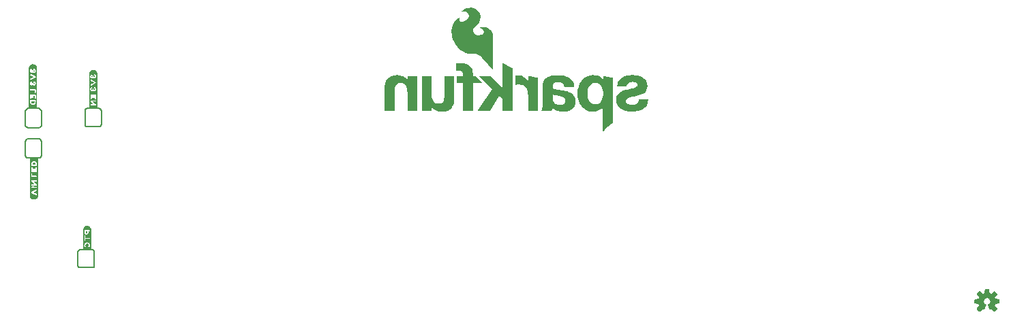
<source format=gbo>
G04 EAGLE Gerber RS-274X export*
G75*
%MOMM*%
%FSLAX34Y34*%
%LPD*%
%INSilkscreen Bottom*%
%IPPOS*%
%AMOC8*
5,1,8,0,0,1.08239X$1,22.5*%
G01*
%ADD10C,0.152400*%
%ADD11C,0.203200*%

G36*
X592585Y364552D02*
X592585Y364552D01*
X592611Y364553D01*
X592665Y364583D01*
X592723Y364605D01*
X592740Y364624D01*
X592763Y364636D01*
X592798Y364687D01*
X592840Y364732D01*
X592848Y364757D01*
X592863Y364778D01*
X592879Y364862D01*
X592890Y364898D01*
X592888Y364908D01*
X592890Y364920D01*
X592890Y406220D01*
X592884Y406245D01*
X592885Y406280D01*
X592485Y408780D01*
X592478Y408799D01*
X592476Y408824D01*
X591876Y410924D01*
X591860Y410953D01*
X591846Y410998D01*
X590946Y412698D01*
X590924Y412723D01*
X590900Y412766D01*
X589800Y414066D01*
X589783Y414078D01*
X589767Y414100D01*
X588567Y415200D01*
X588543Y415214D01*
X588516Y415240D01*
X587116Y416140D01*
X587098Y416146D01*
X587080Y416160D01*
X585680Y416860D01*
X585654Y416866D01*
X585623Y416883D01*
X584023Y417383D01*
X583995Y417385D01*
X583957Y417397D01*
X582357Y417597D01*
X582348Y417596D01*
X582337Y417599D01*
X580937Y417699D01*
X580912Y417695D01*
X580878Y417699D01*
X579678Y417599D01*
X579660Y417593D01*
X579635Y417593D01*
X578635Y417393D01*
X578628Y417389D01*
X578618Y417389D01*
X577827Y417191D01*
X577335Y417093D01*
X577301Y417077D01*
X577240Y417060D01*
X577069Y416975D01*
X577040Y416960D01*
X576975Y416906D01*
X576909Y416852D01*
X576908Y416850D01*
X576907Y416849D01*
X576873Y416773D01*
X576837Y416694D01*
X576837Y416692D01*
X576836Y416691D01*
X576840Y416606D01*
X576843Y416521D01*
X576844Y416519D01*
X576844Y416518D01*
X576885Y416442D01*
X576925Y416368D01*
X576926Y416367D01*
X576927Y416366D01*
X576937Y416359D01*
X577040Y416280D01*
X577240Y416180D01*
X577273Y416172D01*
X577318Y416151D01*
X577663Y416065D01*
X578114Y415794D01*
X578136Y415787D01*
X578160Y415771D01*
X578822Y415487D01*
X580163Y414529D01*
X580719Y413974D01*
X581167Y413345D01*
X581430Y412558D01*
X581430Y411676D01*
X581159Y410775D01*
X580602Y409846D01*
X579853Y409003D01*
X578817Y408250D01*
X577583Y407680D01*
X576063Y407300D01*
X573769Y407300D01*
X571669Y407968D01*
X569959Y409014D01*
X568749Y410410D01*
X568193Y412170D01*
X568287Y414140D01*
X569140Y416320D01*
X571088Y418560D01*
X573579Y421051D01*
X573590Y421070D01*
X573611Y421088D01*
X575611Y423688D01*
X575622Y423712D01*
X575645Y423740D01*
X577045Y426340D01*
X577054Y426375D01*
X577078Y426425D01*
X577778Y429125D01*
X577779Y429162D01*
X577790Y429220D01*
X577790Y431720D01*
X577781Y431758D01*
X577772Y431836D01*
X576972Y434336D01*
X576952Y434369D01*
X576920Y434440D01*
X575220Y436840D01*
X575193Y436864D01*
X575156Y436910D01*
X572556Y439110D01*
X572524Y439127D01*
X572480Y439160D01*
X569080Y440860D01*
X569044Y440869D01*
X568989Y440892D01*
X565689Y441592D01*
X565653Y441591D01*
X565597Y441600D01*
X562597Y441500D01*
X562565Y441491D01*
X562515Y441488D01*
X559815Y440788D01*
X559797Y440779D01*
X559771Y440774D01*
X557471Y439874D01*
X557453Y439861D01*
X557425Y439852D01*
X555625Y438852D01*
X555610Y438839D01*
X555586Y438828D01*
X554486Y438028D01*
X554485Y438026D01*
X554482Y438024D01*
X554082Y437724D01*
X554048Y437684D01*
X554008Y437651D01*
X553993Y437618D01*
X553971Y437591D01*
X553958Y437540D01*
X553937Y437492D01*
X553938Y437457D01*
X553930Y437423D01*
X553941Y437372D01*
X553943Y437319D01*
X553960Y437288D01*
X553968Y437254D01*
X554001Y437213D01*
X554026Y437167D01*
X554055Y437147D01*
X554077Y437119D01*
X554125Y437098D01*
X554168Y437067D01*
X554208Y437060D01*
X554235Y437047D01*
X554266Y437048D01*
X554310Y437040D01*
X554510Y437040D01*
X554536Y437046D01*
X554573Y437045D01*
X555162Y437143D01*
X556031Y437240D01*
X557079Y437240D01*
X558236Y437047D01*
X559468Y436762D01*
X560584Y436112D01*
X561648Y435145D01*
X562298Y434495D01*
X562658Y433774D01*
X562937Y432938D01*
X563027Y432120D01*
X562936Y431296D01*
X562655Y430361D01*
X562188Y429426D01*
X561419Y428465D01*
X560640Y427588D01*
X559664Y426710D01*
X558694Y425934D01*
X557535Y425258D01*
X556466Y424772D01*
X555410Y424388D01*
X554376Y424200D01*
X553577Y424200D01*
X552607Y424553D01*
X551917Y425157D01*
X551571Y425848D01*
X551386Y426682D01*
X551290Y427541D01*
X551290Y428282D01*
X551373Y428696D01*
X551450Y428850D01*
X551454Y428865D01*
X551463Y428878D01*
X551489Y429012D01*
X551490Y429019D01*
X551490Y429020D01*
X551490Y429120D01*
X551476Y429181D01*
X551470Y429244D01*
X551456Y429265D01*
X551451Y429289D01*
X551411Y429337D01*
X551377Y429390D01*
X551356Y429403D01*
X551341Y429422D01*
X551283Y429448D01*
X551230Y429481D01*
X551205Y429483D01*
X551182Y429493D01*
X551120Y429491D01*
X551057Y429497D01*
X551031Y429488D01*
X551009Y429487D01*
X550976Y429469D01*
X550920Y429449D01*
X548320Y427949D01*
X548291Y427923D01*
X548231Y427878D01*
X545831Y425278D01*
X545813Y425248D01*
X545804Y425237D01*
X545796Y425230D01*
X545793Y425224D01*
X545780Y425209D01*
X543780Y421709D01*
X543772Y421683D01*
X543754Y421653D01*
X542154Y417353D01*
X542149Y417320D01*
X542134Y417275D01*
X541434Y412475D01*
X541436Y412443D01*
X541430Y412399D01*
X541730Y407099D01*
X541740Y407067D01*
X541743Y407020D01*
X543243Y401520D01*
X543259Y401490D01*
X543274Y401443D01*
X546174Y395943D01*
X546194Y395919D01*
X546214Y395881D01*
X548314Y393281D01*
X548326Y393272D01*
X548335Y393257D01*
X550635Y390857D01*
X550651Y390847D01*
X550665Y390829D01*
X553165Y388729D01*
X553188Y388718D01*
X553213Y388695D01*
X556013Y386995D01*
X556032Y386989D01*
X556054Y386973D01*
X559154Y385573D01*
X559179Y385568D01*
X559210Y385553D01*
X562510Y384653D01*
X562535Y384652D01*
X562567Y384642D01*
X566067Y384242D01*
X566086Y384244D01*
X566110Y384240D01*
X570000Y384240D01*
X571858Y384142D01*
X573591Y383757D01*
X575119Y383088D01*
X576567Y382027D01*
X578041Y380651D01*
X579630Y378963D01*
X581327Y377066D01*
X581328Y377065D01*
X583228Y374965D01*
X583231Y374963D01*
X583234Y374959D01*
X585030Y373063D01*
X586727Y371166D01*
X588220Y369474D01*
X589515Y367880D01*
X589524Y367874D01*
X589531Y367862D01*
X590721Y366572D01*
X591506Y365591D01*
X592001Y364899D01*
X592021Y364881D01*
X592041Y364851D01*
X592241Y364651D01*
X592263Y364638D01*
X592279Y364618D01*
X592336Y364592D01*
X592388Y364560D01*
X592414Y364557D01*
X592438Y364547D01*
X592499Y364549D01*
X592561Y364543D01*
X592585Y364552D01*
G37*
G36*
X729636Y288150D02*
X729636Y288150D01*
X729711Y288153D01*
X729721Y288159D01*
X729733Y288160D01*
X729859Y288233D01*
X731359Y289533D01*
X731363Y289537D01*
X731369Y289541D01*
X732764Y290837D01*
X735759Y293433D01*
X735763Y293437D01*
X735769Y293441D01*
X737164Y294737D01*
X738659Y296033D01*
X738663Y296037D01*
X738669Y296041D01*
X740064Y297337D01*
X741559Y298633D01*
X741561Y298635D01*
X741563Y298636D01*
X741611Y298704D01*
X741661Y298773D01*
X741661Y298776D01*
X741663Y298778D01*
X741690Y298920D01*
X741690Y354220D01*
X741688Y354231D01*
X741690Y354242D01*
X741668Y354314D01*
X741651Y354389D01*
X741644Y354397D01*
X741641Y354408D01*
X741589Y354464D01*
X741541Y354522D01*
X741531Y354527D01*
X741523Y354535D01*
X741390Y354592D01*
X739990Y354892D01*
X739978Y354892D01*
X739964Y354896D01*
X738577Y355095D01*
X737190Y355392D01*
X737178Y355392D01*
X737164Y355396D01*
X735780Y355594D01*
X734496Y355891D01*
X734481Y355890D01*
X734464Y355896D01*
X733077Y356095D01*
X731690Y356392D01*
X731678Y356392D01*
X731664Y356396D01*
X730264Y356596D01*
X730187Y356590D01*
X730109Y356587D01*
X730101Y356582D01*
X730091Y356581D01*
X730025Y356541D01*
X729957Y356504D01*
X729952Y356496D01*
X729943Y356491D01*
X729908Y356436D01*
X729908Y356435D01*
X729907Y356434D01*
X729902Y356425D01*
X729857Y356362D01*
X729855Y356352D01*
X729851Y356345D01*
X729847Y356309D01*
X729844Y356293D01*
X729837Y356277D01*
X729837Y356259D01*
X729830Y356220D01*
X729830Y351899D01*
X729323Y352635D01*
X729311Y352647D01*
X729306Y352655D01*
X729301Y352658D01*
X729289Y352679D01*
X727989Y354079D01*
X727967Y354093D01*
X727945Y354119D01*
X726545Y355219D01*
X726522Y355230D01*
X726496Y355251D01*
X724896Y356151D01*
X724877Y356157D01*
X724855Y356172D01*
X723155Y356872D01*
X723137Y356874D01*
X723117Y356885D01*
X721417Y357385D01*
X721396Y357386D01*
X721369Y357396D01*
X719469Y357696D01*
X719452Y357694D01*
X719430Y357700D01*
X717530Y357800D01*
X717504Y357795D01*
X717470Y357798D01*
X712770Y357298D01*
X712736Y357286D01*
X712682Y357278D01*
X708782Y355878D01*
X708751Y355858D01*
X708699Y355836D01*
X705399Y353636D01*
X705376Y353612D01*
X705336Y353584D01*
X702636Y350784D01*
X702619Y350755D01*
X702601Y350736D01*
X702596Y350731D01*
X702595Y350729D01*
X702586Y350720D01*
X700486Y347320D01*
X700476Y347289D01*
X700452Y347248D01*
X699052Y343348D01*
X699050Y343326D01*
X699038Y343300D01*
X698138Y339100D01*
X698139Y339076D01*
X698131Y339046D01*
X697831Y334646D01*
X697834Y334623D01*
X697831Y334593D01*
X698131Y330393D01*
X698138Y330369D01*
X698139Y330337D01*
X699039Y326337D01*
X699042Y326329D01*
X699043Y326322D01*
X699050Y326309D01*
X699053Y326289D01*
X700453Y322489D01*
X700472Y322459D01*
X700492Y322411D01*
X702592Y319211D01*
X702612Y319193D01*
X702631Y319161D01*
X705231Y316361D01*
X705262Y316341D01*
X705301Y316302D01*
X708501Y314202D01*
X708534Y314190D01*
X708579Y314163D01*
X712379Y312763D01*
X712414Y312759D01*
X712466Y312742D01*
X716766Y312242D01*
X716799Y312246D01*
X716848Y312242D01*
X718848Y312442D01*
X718859Y312445D01*
X718873Y312445D01*
X720673Y312745D01*
X720689Y312752D01*
X720712Y312754D01*
X722512Y313254D01*
X722529Y313263D01*
X722555Y313268D01*
X724255Y313968D01*
X724275Y313983D01*
X724306Y313994D01*
X725806Y314894D01*
X725817Y314905D01*
X725835Y314913D01*
X727335Y316013D01*
X727351Y316032D01*
X727379Y316051D01*
X728679Y317351D01*
X728686Y317362D01*
X728699Y317373D01*
X729230Y317992D01*
X729230Y288520D01*
X729233Y288508D01*
X729231Y288496D01*
X729252Y288425D01*
X729269Y288351D01*
X729277Y288342D01*
X729280Y288330D01*
X729332Y288276D01*
X729379Y288218D01*
X729391Y288213D01*
X729399Y288204D01*
X729469Y288177D01*
X729538Y288147D01*
X729550Y288147D01*
X729561Y288143D01*
X729636Y288150D01*
G37*
G36*
X680421Y312142D02*
X680421Y312142D01*
X680435Y312141D01*
X683435Y312341D01*
X683449Y312345D01*
X683468Y312344D01*
X684768Y312544D01*
X684787Y312552D01*
X684814Y312554D01*
X686214Y312954D01*
X686221Y312958D01*
X686230Y312959D01*
X687430Y313359D01*
X687450Y313372D01*
X687480Y313380D01*
X688121Y313700D01*
X688680Y313980D01*
X688685Y313984D01*
X688692Y313986D01*
X689792Y314586D01*
X689801Y314594D01*
X689814Y314599D01*
X690914Y315299D01*
X690938Y315323D01*
X690979Y315351D01*
X691879Y316251D01*
X691884Y316260D01*
X691894Y316267D01*
X692694Y317167D01*
X692704Y317185D01*
X692722Y317202D01*
X693422Y318202D01*
X693431Y318225D01*
X693450Y318250D01*
X694050Y319450D01*
X694053Y319461D01*
X694061Y319474D01*
X694561Y320674D01*
X694566Y320703D01*
X694582Y320740D01*
X694882Y322140D01*
X694882Y322143D01*
X694883Y322145D01*
X695183Y323645D01*
X695182Y323677D01*
X695190Y323720D01*
X695190Y325220D01*
X695187Y325235D01*
X695189Y325254D01*
X694889Y328554D01*
X694880Y328581D01*
X694879Y328591D01*
X694876Y328597D01*
X694871Y328640D01*
X693971Y331340D01*
X693950Y331374D01*
X693919Y331441D01*
X692419Y333541D01*
X692393Y333564D01*
X692363Y333604D01*
X690563Y335204D01*
X690532Y335221D01*
X690492Y335254D01*
X688292Y336454D01*
X688270Y336460D01*
X688244Y336476D01*
X685844Y337376D01*
X685829Y337378D01*
X685813Y337386D01*
X683313Y338086D01*
X683292Y338087D01*
X683266Y338096D01*
X680567Y338496D01*
X677968Y338896D01*
X677961Y338895D01*
X677954Y338898D01*
X675354Y339198D01*
X672978Y339495D01*
X670918Y339985D01*
X669269Y340567D01*
X667977Y341306D01*
X667276Y342356D01*
X667090Y343844D01*
X667090Y344693D01*
X667183Y345341D01*
X667555Y346642D01*
X667907Y347082D01*
X667917Y347103D01*
X667936Y347124D01*
X668201Y347566D01*
X668628Y347907D01*
X669570Y348472D01*
X670698Y348848D01*
X672737Y349140D01*
X674986Y349140D01*
X675759Y349043D01*
X676431Y348947D01*
X677797Y348557D01*
X678364Y348368D01*
X678904Y348098D01*
X679839Y347349D01*
X680197Y346902D01*
X680484Y346424D01*
X680490Y346418D01*
X680494Y346409D01*
X680865Y345852D01*
X681047Y345307D01*
X681243Y344622D01*
X681436Y343850D01*
X681533Y343073D01*
X681542Y343047D01*
X681543Y343019D01*
X681572Y342967D01*
X681593Y342910D01*
X681613Y342891D01*
X681626Y342867D01*
X681675Y342833D01*
X681719Y342791D01*
X681745Y342783D01*
X681768Y342767D01*
X681848Y342752D01*
X681884Y342741D01*
X681896Y342743D01*
X681910Y342740D01*
X693510Y342740D01*
X693579Y342756D01*
X693649Y342766D01*
X693662Y342775D01*
X693679Y342779D01*
X693733Y342824D01*
X693791Y342864D01*
X693799Y342879D01*
X693812Y342889D01*
X693841Y342954D01*
X693876Y343015D01*
X693877Y343034D01*
X693883Y343048D01*
X693882Y343087D01*
X693888Y343160D01*
X693688Y345060D01*
X693682Y345078D01*
X693681Y345103D01*
X693281Y346903D01*
X693271Y346923D01*
X693266Y346954D01*
X692666Y348554D01*
X692654Y348572D01*
X692646Y348599D01*
X691846Y350099D01*
X691828Y350119D01*
X691811Y350152D01*
X690811Y351452D01*
X690795Y351466D01*
X690779Y351489D01*
X689679Y352589D01*
X689672Y352593D01*
X689667Y352600D01*
X688467Y353700D01*
X688440Y353715D01*
X688409Y353744D01*
X687109Y354544D01*
X687099Y354547D01*
X687089Y354556D01*
X685589Y355356D01*
X685571Y355360D01*
X685551Y355373D01*
X684051Y355973D01*
X684047Y355974D01*
X684044Y355976D01*
X682444Y356576D01*
X682422Y356579D01*
X682397Y356590D01*
X680697Y356990D01*
X680687Y356990D01*
X680676Y356994D01*
X678976Y357294D01*
X678966Y357294D01*
X678954Y357298D01*
X677254Y357498D01*
X677244Y357496D01*
X677231Y357500D01*
X673631Y357700D01*
X673622Y357698D01*
X673610Y357700D01*
X672010Y357700D01*
X671999Y357698D01*
X671986Y357700D01*
X670386Y357600D01*
X670377Y357597D01*
X670366Y357598D01*
X668666Y357398D01*
X668664Y357397D01*
X668663Y357397D01*
X667063Y357197D01*
X667053Y357194D01*
X667040Y357194D01*
X665440Y356894D01*
X665428Y356889D01*
X665412Y356887D01*
X663912Y356487D01*
X663903Y356482D01*
X663890Y356481D01*
X662390Y355981D01*
X662378Y355973D01*
X662360Y355970D01*
X660960Y355370D01*
X660948Y355361D01*
X660930Y355355D01*
X659630Y354655D01*
X659618Y354644D01*
X659599Y354636D01*
X658399Y353836D01*
X658378Y353814D01*
X658341Y353789D01*
X657341Y352789D01*
X657332Y352775D01*
X657316Y352761D01*
X656416Y351661D01*
X656402Y351633D01*
X656375Y351600D01*
X655675Y350300D01*
X655670Y350282D01*
X655657Y350261D01*
X655057Y348761D01*
X655052Y348731D01*
X655050Y348724D01*
X655046Y348716D01*
X655046Y348715D01*
X655036Y348690D01*
X654736Y347090D01*
X654737Y347068D01*
X654730Y347041D01*
X654630Y345241D01*
X654632Y345232D01*
X654630Y345220D01*
X654630Y322447D01*
X654534Y321774D01*
X654536Y321750D01*
X654530Y321720D01*
X654530Y319647D01*
X654334Y318277D01*
X654036Y316489D01*
X653844Y315529D01*
X653657Y315061D01*
X653653Y315032D01*
X653637Y314995D01*
X653547Y314544D01*
X653381Y314211D01*
X653194Y313931D01*
X653167Y313861D01*
X653137Y313792D01*
X653137Y313780D01*
X653133Y313769D01*
X653140Y313694D01*
X653143Y313619D01*
X653149Y313609D01*
X653150Y313596D01*
X653190Y313533D01*
X653226Y313467D01*
X653236Y313460D01*
X653243Y313450D01*
X653307Y313410D01*
X653368Y313367D01*
X653381Y313365D01*
X653390Y313359D01*
X653428Y313356D01*
X653510Y313340D01*
X665310Y313340D01*
X665359Y313351D01*
X665409Y313353D01*
X665442Y313371D01*
X665479Y313379D01*
X665518Y313411D01*
X665562Y313435D01*
X665588Y313470D01*
X665612Y313489D01*
X665625Y313517D01*
X665650Y313550D01*
X665750Y313750D01*
X665756Y313773D01*
X665771Y313800D01*
X665862Y314074D01*
X665950Y314250D01*
X665956Y314273D01*
X665971Y314300D01*
X666171Y314900D01*
X666174Y314937D01*
X666190Y315020D01*
X666190Y315158D01*
X666271Y315400D01*
X666274Y315437D01*
X666290Y315520D01*
X666290Y315658D01*
X666371Y315900D01*
X666374Y315937D01*
X666390Y316020D01*
X666390Y316458D01*
X666471Y316700D01*
X666474Y316737D01*
X666490Y316820D01*
X666490Y316902D01*
X666541Y316851D01*
X666561Y316839D01*
X666582Y316816D01*
X668182Y315616D01*
X668195Y315610D01*
X668208Y315598D01*
X669808Y314598D01*
X669817Y314595D01*
X669825Y314588D01*
X670725Y314088D01*
X670748Y314081D01*
X670766Y314069D01*
X670777Y314066D01*
X670790Y314059D01*
X671673Y313765D01*
X672556Y313373D01*
X672572Y313369D01*
X672590Y313359D01*
X673490Y313059D01*
X673507Y313058D01*
X673528Y313049D01*
X674428Y312849D01*
X674431Y312849D01*
X674435Y312847D01*
X676435Y312447D01*
X676450Y312448D01*
X676468Y312442D01*
X677368Y312342D01*
X677370Y312342D01*
X677372Y312342D01*
X679372Y312142D01*
X679389Y312144D01*
X679410Y312140D01*
X680410Y312140D01*
X680421Y312142D01*
G37*
G36*
X588843Y313448D02*
X588843Y313448D01*
X588877Y313446D01*
X588926Y313467D01*
X588979Y313479D01*
X589005Y313501D01*
X589036Y313514D01*
X589082Y313565D01*
X589112Y313589D01*
X589119Y313605D01*
X589134Y313621D01*
X600488Y332120D01*
X604530Y328257D01*
X604530Y313820D01*
X604541Y313770D01*
X604543Y313719D01*
X604561Y313687D01*
X604569Y313651D01*
X604602Y313612D01*
X604626Y313567D01*
X604656Y313546D01*
X604679Y313518D01*
X604726Y313497D01*
X604768Y313467D01*
X604810Y313459D01*
X604838Y313447D01*
X604868Y313448D01*
X604910Y313440D01*
X616610Y313440D01*
X616660Y313451D01*
X616711Y313453D01*
X616743Y313471D01*
X616779Y313479D01*
X616818Y313512D01*
X616863Y313536D01*
X616884Y313566D01*
X616912Y313589D01*
X616933Y313636D01*
X616963Y313678D01*
X616971Y313720D01*
X616983Y313748D01*
X616982Y313778D01*
X616990Y313820D01*
X616990Y366020D01*
X616980Y366062D01*
X616981Y366106D01*
X616961Y366145D01*
X616951Y366189D01*
X616923Y366222D01*
X616904Y366261D01*
X616863Y366295D01*
X616841Y366322D01*
X616818Y366333D01*
X616792Y366354D01*
X605092Y372754D01*
X605036Y372769D01*
X604982Y372793D01*
X604953Y372792D01*
X604926Y372800D01*
X604868Y372789D01*
X604809Y372787D01*
X604784Y372773D01*
X604755Y372767D01*
X604709Y372732D01*
X604657Y372704D01*
X604640Y372680D01*
X604617Y372663D01*
X604591Y372610D01*
X604557Y372562D01*
X604551Y372530D01*
X604540Y372508D01*
X604540Y372472D01*
X604530Y372420D01*
X604530Y341865D01*
X590484Y356483D01*
X590417Y356527D01*
X590352Y356573D01*
X590344Y356574D01*
X590339Y356578D01*
X590306Y356582D01*
X590210Y356600D01*
X576510Y356600D01*
X576483Y356594D01*
X576454Y356596D01*
X576399Y356574D01*
X576341Y356561D01*
X576320Y356543D01*
X576293Y356532D01*
X576254Y356488D01*
X576208Y356451D01*
X576196Y356425D01*
X576177Y356404D01*
X576161Y356347D01*
X576137Y356292D01*
X576138Y356264D01*
X576130Y356237D01*
X576141Y356179D01*
X576143Y356119D01*
X576157Y356095D01*
X576162Y356067D01*
X576208Y356001D01*
X576226Y355967D01*
X576236Y355960D01*
X576245Y355948D01*
X592019Y340568D01*
X574393Y314030D01*
X574367Y313960D01*
X574337Y313892D01*
X574337Y313880D01*
X574333Y313868D01*
X574340Y313794D01*
X574343Y313719D01*
X574349Y313708D01*
X574351Y313696D01*
X574390Y313633D01*
X574426Y313567D01*
X574436Y313560D01*
X574443Y313549D01*
X574507Y313510D01*
X574568Y313467D01*
X574581Y313465D01*
X574591Y313459D01*
X574629Y313455D01*
X574710Y313440D01*
X588810Y313440D01*
X588843Y313448D01*
G37*
G36*
X470460Y313451D02*
X470460Y313451D01*
X470511Y313453D01*
X470543Y313471D01*
X470579Y313479D01*
X470618Y313512D01*
X470663Y313536D01*
X470684Y313566D01*
X470712Y313589D01*
X470733Y313636D01*
X470763Y313678D01*
X470771Y313720D01*
X470783Y313748D01*
X470782Y313778D01*
X470790Y313820D01*
X470790Y337812D01*
X470889Y340185D01*
X471183Y342242D01*
X471668Y343988D01*
X472326Y345399D01*
X473347Y346420D01*
X474572Y347173D01*
X475991Y347646D01*
X477813Y347838D01*
X479944Y347644D01*
X481766Y347165D01*
X483271Y346318D01*
X484406Y345088D01*
X485359Y343564D01*
X485938Y341539D01*
X486332Y338978D01*
X486530Y336007D01*
X486530Y313820D01*
X486541Y313770D01*
X486543Y313719D01*
X486561Y313687D01*
X486569Y313651D01*
X486602Y313612D01*
X486626Y313567D01*
X486656Y313546D01*
X486679Y313518D01*
X486726Y313497D01*
X486768Y313467D01*
X486810Y313459D01*
X486838Y313447D01*
X486868Y313448D01*
X486910Y313440D01*
X498510Y313440D01*
X498560Y313451D01*
X498611Y313453D01*
X498643Y313471D01*
X498679Y313479D01*
X498718Y313512D01*
X498763Y313536D01*
X498784Y313566D01*
X498812Y313589D01*
X498833Y313636D01*
X498863Y313678D01*
X498871Y313720D01*
X498883Y313748D01*
X498882Y313778D01*
X498890Y313820D01*
X498890Y350920D01*
X498890Y350923D01*
X498890Y350927D01*
X498790Y356227D01*
X498779Y356273D01*
X498777Y356321D01*
X498757Y356356D01*
X498748Y356395D01*
X498717Y356431D01*
X498694Y356473D01*
X498661Y356496D01*
X498635Y356527D01*
X498591Y356545D01*
X498552Y356573D01*
X498506Y356582D01*
X498475Y356595D01*
X498447Y356593D01*
X498410Y356600D01*
X487310Y356600D01*
X487260Y356589D01*
X487209Y356587D01*
X487177Y356569D01*
X487141Y356561D01*
X487102Y356528D01*
X487057Y356504D01*
X487036Y356474D01*
X487008Y356451D01*
X486987Y356404D01*
X486957Y356362D01*
X486949Y356320D01*
X486937Y356292D01*
X486938Y356262D01*
X486930Y356220D01*
X486930Y351376D01*
X486321Y352239D01*
X486304Y352254D01*
X486288Y352279D01*
X484888Y353779D01*
X484868Y353793D01*
X484848Y353817D01*
X483348Y355017D01*
X483326Y355027D01*
X483303Y355048D01*
X481603Y356048D01*
X481580Y356055D01*
X481555Y356072D01*
X479855Y356772D01*
X479835Y356775D01*
X479812Y356786D01*
X478012Y357286D01*
X478003Y357287D01*
X477993Y357291D01*
X476193Y357691D01*
X476165Y357691D01*
X476130Y357700D01*
X474230Y357800D01*
X474206Y357795D01*
X474174Y357799D01*
X469974Y357399D01*
X469949Y357390D01*
X469913Y357388D01*
X466513Y356488D01*
X466480Y356470D01*
X466425Y356452D01*
X463725Y354952D01*
X463698Y354927D01*
X463648Y354895D01*
X461548Y352895D01*
X461527Y352863D01*
X461514Y352848D01*
X461500Y352836D01*
X461494Y352824D01*
X461475Y352800D01*
X460075Y350200D01*
X460068Y350175D01*
X460051Y350144D01*
X459051Y347244D01*
X459048Y347214D01*
X459034Y347175D01*
X458534Y343775D01*
X458535Y343759D01*
X458530Y343740D01*
X458330Y339940D01*
X458332Y339931D01*
X458330Y339920D01*
X458330Y313820D01*
X458341Y313770D01*
X458343Y313719D01*
X458361Y313687D01*
X458369Y313651D01*
X458402Y313612D01*
X458426Y313567D01*
X458456Y313546D01*
X458479Y313518D01*
X458526Y313497D01*
X458568Y313467D01*
X458610Y313459D01*
X458638Y313447D01*
X458668Y313448D01*
X458710Y313440D01*
X470410Y313440D01*
X470460Y313451D01*
G37*
G36*
X529014Y312245D02*
X529014Y312245D01*
X529046Y312241D01*
X533246Y312641D01*
X533271Y312650D01*
X533307Y312652D01*
X536707Y313552D01*
X536740Y313570D01*
X536795Y313588D01*
X539495Y315088D01*
X539522Y315113D01*
X539572Y315145D01*
X541672Y317145D01*
X541694Y317177D01*
X541739Y317230D01*
X543239Y319830D01*
X543250Y319864D01*
X543274Y319911D01*
X544174Y322911D01*
X544176Y322934D01*
X544186Y322963D01*
X544686Y326263D01*
X544685Y326280D01*
X544690Y326300D01*
X544890Y330100D01*
X544888Y330109D01*
X544890Y330120D01*
X544890Y356220D01*
X544879Y356270D01*
X544877Y356321D01*
X544859Y356353D01*
X544851Y356389D01*
X544818Y356428D01*
X544794Y356473D01*
X544764Y356494D01*
X544741Y356522D01*
X544694Y356543D01*
X544652Y356573D01*
X544610Y356581D01*
X544582Y356593D01*
X544552Y356592D01*
X544510Y356600D01*
X532910Y356600D01*
X532860Y356589D01*
X532809Y356587D01*
X532777Y356569D01*
X532741Y356561D01*
X532702Y356528D01*
X532657Y356504D01*
X532636Y356474D01*
X532608Y356451D01*
X532587Y356404D01*
X532557Y356362D01*
X532549Y356320D01*
X532537Y356292D01*
X532538Y356262D01*
X532530Y356220D01*
X532530Y332335D01*
X532332Y329862D01*
X532037Y327798D01*
X531552Y326052D01*
X530890Y324633D01*
X529965Y323616D01*
X528751Y322869D01*
X527233Y322394D01*
X525407Y322202D01*
X523276Y322396D01*
X521454Y322875D01*
X519949Y323722D01*
X518814Y324952D01*
X517861Y326476D01*
X517282Y328501D01*
X516889Y331056D01*
X516790Y334026D01*
X516790Y356220D01*
X516779Y356270D01*
X516777Y356321D01*
X516759Y356353D01*
X516751Y356389D01*
X516718Y356428D01*
X516694Y356473D01*
X516664Y356494D01*
X516641Y356522D01*
X516594Y356543D01*
X516552Y356573D01*
X516510Y356581D01*
X516482Y356593D01*
X516452Y356592D01*
X516410Y356600D01*
X504710Y356600D01*
X504660Y356589D01*
X504609Y356587D01*
X504577Y356569D01*
X504541Y356561D01*
X504502Y356528D01*
X504457Y356504D01*
X504436Y356474D01*
X504408Y356451D01*
X504387Y356404D01*
X504357Y356362D01*
X504349Y356320D01*
X504337Y356292D01*
X504338Y356262D01*
X504330Y356220D01*
X504330Y319120D01*
X504331Y319117D01*
X504330Y319113D01*
X504430Y313813D01*
X504442Y313767D01*
X504443Y313719D01*
X504463Y313684D01*
X504472Y313645D01*
X504503Y313609D01*
X504526Y313567D01*
X504559Y313544D01*
X504585Y313513D01*
X504629Y313495D01*
X504668Y313467D01*
X504714Y313458D01*
X504745Y313445D01*
X504773Y313447D01*
X504810Y313440D01*
X515910Y313440D01*
X515960Y313451D01*
X516011Y313453D01*
X516043Y313471D01*
X516079Y313479D01*
X516118Y313512D01*
X516163Y313536D01*
X516184Y313566D01*
X516212Y313589D01*
X516233Y313636D01*
X516263Y313678D01*
X516271Y313720D01*
X516283Y313748D01*
X516282Y313778D01*
X516290Y313820D01*
X516290Y318664D01*
X516899Y317801D01*
X516920Y317782D01*
X516941Y317751D01*
X518341Y316351D01*
X518352Y316345D01*
X518361Y316333D01*
X519861Y315033D01*
X519892Y315016D01*
X519932Y314984D01*
X521632Y314084D01*
X521640Y314082D01*
X521648Y314076D01*
X523348Y313276D01*
X523375Y313270D01*
X523408Y313254D01*
X525208Y312754D01*
X525217Y312753D01*
X525228Y312749D01*
X527028Y312349D01*
X527055Y312349D01*
X527090Y312340D01*
X528990Y312240D01*
X529014Y312245D01*
G37*
G36*
X769131Y312440D02*
X769131Y312440D01*
X769149Y312446D01*
X769174Y312445D01*
X772674Y313045D01*
X772693Y313053D01*
X772720Y313056D01*
X776020Y314056D01*
X776044Y314070D01*
X776080Y314080D01*
X776281Y314180D01*
X776281Y314181D01*
X777042Y314561D01*
X777802Y314941D01*
X778563Y315321D01*
X779080Y315580D01*
X779105Y315601D01*
X779148Y315623D01*
X781648Y317623D01*
X781670Y317652D01*
X781711Y317688D01*
X783711Y320288D01*
X783726Y320321D01*
X783758Y320368D01*
X785158Y323568D01*
X785165Y323606D01*
X785187Y323672D01*
X785687Y327572D01*
X785680Y327646D01*
X785677Y327721D01*
X785671Y327732D01*
X785669Y327744D01*
X785630Y327807D01*
X785594Y327873D01*
X785584Y327880D01*
X785577Y327891D01*
X785513Y327930D01*
X785452Y327973D01*
X785439Y327975D01*
X785429Y327981D01*
X785392Y327984D01*
X785310Y328000D01*
X774310Y328000D01*
X774281Y327993D01*
X774250Y327996D01*
X774197Y327974D01*
X774141Y327961D01*
X774118Y327942D01*
X774090Y327930D01*
X774052Y327887D01*
X774008Y327851D01*
X773995Y327823D01*
X773975Y327800D01*
X773953Y327728D01*
X773937Y327692D01*
X773937Y327679D01*
X773932Y327662D01*
X773738Y325918D01*
X773176Y324605D01*
X772322Y323372D01*
X771293Y322437D01*
X770593Y322087D01*
X769964Y321772D01*
X768504Y321285D01*
X766952Y320898D01*
X765313Y320801D01*
X764054Y320898D01*
X762800Y321091D01*
X761643Y321476D01*
X760487Y321958D01*
X759467Y322607D01*
X758737Y323521D01*
X758279Y324528D01*
X758094Y325818D01*
X758272Y326975D01*
X758891Y327859D01*
X759922Y328702D01*
X761366Y329472D01*
X763234Y330160D01*
X765411Y330853D01*
X767989Y331448D01*
X770985Y332047D01*
X770991Y332050D01*
X770999Y332050D01*
X773499Y332650D01*
X773510Y332656D01*
X773526Y332658D01*
X776026Y333458D01*
X776038Y333465D01*
X776054Y333468D01*
X778254Y334368D01*
X778267Y334377D01*
X778286Y334383D01*
X780386Y335483D01*
X780414Y335507D01*
X780462Y335535D01*
X782162Y337035D01*
X782180Y337060D01*
X782212Y337089D01*
X783512Y338789D01*
X783528Y338825D01*
X783565Y338885D01*
X784365Y340985D01*
X784370Y341021D01*
X784382Y341060D01*
X784385Y341066D01*
X784385Y341069D01*
X784388Y341076D01*
X784688Y343676D01*
X784684Y343711D01*
X784688Y343761D01*
X784288Y347461D01*
X784275Y347497D01*
X784263Y347561D01*
X783063Y350561D01*
X783041Y350592D01*
X783014Y350648D01*
X781214Y353048D01*
X781184Y353073D01*
X781138Y353124D01*
X778738Y354924D01*
X778708Y354937D01*
X778670Y354965D01*
X775870Y356265D01*
X775846Y356270D01*
X775816Y356285D01*
X772716Y357185D01*
X772690Y357187D01*
X772656Y357198D01*
X769356Y357598D01*
X769345Y357596D01*
X769332Y357600D01*
X765932Y357800D01*
X765913Y357796D01*
X765888Y357800D01*
X762488Y357600D01*
X762473Y357595D01*
X762453Y357596D01*
X759153Y357096D01*
X759131Y357087D01*
X759101Y357084D01*
X756101Y356184D01*
X756080Y356172D01*
X756050Y356165D01*
X753250Y354865D01*
X753222Y354843D01*
X753176Y354819D01*
X750876Y353019D01*
X750853Y352992D01*
X750812Y352956D01*
X748912Y350556D01*
X748896Y350523D01*
X748863Y350476D01*
X747563Y347576D01*
X747556Y347541D01*
X747537Y347493D01*
X746837Y343893D01*
X746837Y343892D01*
X746842Y343761D01*
X746843Y343719D01*
X746901Y343613D01*
X746926Y343567D01*
X746973Y343534D01*
X747068Y343467D01*
X747210Y343440D01*
X758310Y343440D01*
X758337Y343446D01*
X758364Y343444D01*
X758420Y343466D01*
X758479Y343479D01*
X758500Y343497D01*
X758526Y343507D01*
X758566Y343551D01*
X758612Y343589D01*
X758624Y343615D01*
X758642Y343635D01*
X758668Y343713D01*
X758683Y343748D01*
X758683Y343759D01*
X758687Y343773D01*
X758879Y345308D01*
X759438Y346425D01*
X760090Y347357D01*
X761011Y348094D01*
X762042Y348562D01*
X763389Y348947D01*
X764750Y349142D01*
X766223Y349240D01*
X767176Y349240D01*
X768242Y349046D01*
X768257Y349047D01*
X768276Y349041D01*
X769320Y348946D01*
X770246Y348576D01*
X771090Y348107D01*
X771797Y347489D01*
X772143Y346710D01*
X772323Y345629D01*
X772055Y344379D01*
X771340Y343396D01*
X770127Y342556D01*
X768483Y341879D01*
X766515Y341288D01*
X764231Y340792D01*
X761832Y340292D01*
X761826Y340289D01*
X761818Y340289D01*
X759419Y339689D01*
X756921Y339090D01*
X756910Y339084D01*
X756894Y339082D01*
X754394Y338282D01*
X754379Y338273D01*
X754358Y338269D01*
X752058Y337269D01*
X752041Y337256D01*
X752014Y337246D01*
X750014Y336046D01*
X749993Y336026D01*
X749958Y336005D01*
X748258Y334505D01*
X748239Y334477D01*
X748202Y334443D01*
X746902Y332643D01*
X746887Y332608D01*
X746856Y332559D01*
X745956Y330259D01*
X745951Y330221D01*
X745946Y330207D01*
X745936Y330184D01*
X745936Y330175D01*
X745932Y330162D01*
X745632Y327462D01*
X745636Y327426D01*
X745633Y327370D01*
X746133Y323570D01*
X746139Y323553D01*
X746140Y323547D01*
X746146Y323536D01*
X746154Y323487D01*
X747354Y320287D01*
X747375Y320254D01*
X747403Y320196D01*
X749303Y317596D01*
X749332Y317571D01*
X749372Y317523D01*
X751872Y315523D01*
X751905Y315508D01*
X751949Y315475D01*
X754949Y314075D01*
X754971Y314071D01*
X754997Y314057D01*
X758197Y313057D01*
X758219Y313055D01*
X758246Y313045D01*
X761746Y312445D01*
X761765Y312446D01*
X761789Y312440D01*
X765389Y312240D01*
X765407Y312244D01*
X765431Y312240D01*
X769131Y312440D01*
G37*
G36*
X567660Y313451D02*
X567660Y313451D01*
X567711Y313453D01*
X567743Y313471D01*
X567779Y313479D01*
X567818Y313512D01*
X567863Y313536D01*
X567884Y313566D01*
X567912Y313589D01*
X567933Y313636D01*
X567963Y313678D01*
X567971Y313720D01*
X567983Y313748D01*
X567982Y313778D01*
X567990Y313820D01*
X567990Y348040D01*
X579110Y348040D01*
X579135Y348046D01*
X579161Y348043D01*
X579219Y348065D01*
X579279Y348079D01*
X579299Y348096D01*
X579323Y348105D01*
X579365Y348150D01*
X579412Y348189D01*
X579423Y348213D01*
X579440Y348232D01*
X579458Y348291D01*
X579483Y348348D01*
X579482Y348373D01*
X579490Y348398D01*
X579479Y348459D01*
X579477Y348521D01*
X579464Y348543D01*
X579460Y348569D01*
X579412Y348640D01*
X579394Y348673D01*
X579392Y348674D01*
X579391Y348676D01*
X579385Y348680D01*
X579379Y348689D01*
X577379Y350689D01*
X577371Y350694D01*
X577364Y350703D01*
X576372Y351596D01*
X573379Y354589D01*
X573371Y354594D01*
X573364Y354603D01*
X572372Y355496D01*
X571379Y356489D01*
X571314Y356529D01*
X571252Y356573D01*
X571240Y356575D01*
X571232Y356580D01*
X571195Y356584D01*
X571110Y356600D01*
X567990Y356600D01*
X567990Y359520D01*
X567987Y359532D01*
X567989Y359548D01*
X567789Y362248D01*
X567780Y362278D01*
X567776Y362323D01*
X567701Y362593D01*
X567594Y362973D01*
X567488Y363353D01*
X567381Y363733D01*
X567381Y363734D01*
X567275Y364114D01*
X567168Y364494D01*
X567076Y364823D01*
X567062Y364849D01*
X567050Y364890D01*
X565950Y367090D01*
X565927Y367118D01*
X565901Y367165D01*
X564301Y369065D01*
X564275Y369084D01*
X564246Y369118D01*
X562346Y370618D01*
X562312Y370634D01*
X562263Y370668D01*
X559763Y371768D01*
X559735Y371773D01*
X559699Y371790D01*
X556799Y372490D01*
X556775Y372490D01*
X556744Y372499D01*
X553444Y372799D01*
X553429Y372797D01*
X553410Y372800D01*
X552610Y372800D01*
X552590Y372796D01*
X552563Y372797D01*
X551786Y372700D01*
X550310Y372700D01*
X550290Y372696D01*
X550263Y372697D01*
X548686Y372500D01*
X547210Y372500D01*
X547160Y372489D01*
X547109Y372487D01*
X547077Y372469D01*
X547041Y372461D01*
X547002Y372428D01*
X546957Y372404D01*
X546936Y372374D01*
X546908Y372351D01*
X546887Y372304D01*
X546857Y372262D01*
X546849Y372220D01*
X546837Y372192D01*
X546838Y372162D01*
X546830Y372120D01*
X546830Y363420D01*
X546848Y363340D01*
X546865Y363260D01*
X546868Y363256D01*
X546869Y363251D01*
X546922Y363188D01*
X546972Y363124D01*
X546976Y363122D01*
X546979Y363118D01*
X547054Y363084D01*
X547128Y363049D01*
X547133Y363049D01*
X547138Y363047D01*
X547165Y363048D01*
X547273Y363045D01*
X547841Y363140D01*
X548810Y363140D01*
X548836Y363146D01*
X548873Y363145D01*
X549441Y363240D01*
X551493Y363240D01*
X552551Y363144D01*
X553402Y362955D01*
X554116Y362687D01*
X554629Y362259D01*
X555072Y361640D01*
X555343Y360915D01*
X555530Y359982D01*
X555530Y356600D01*
X547910Y356600D01*
X547860Y356589D01*
X547809Y356587D01*
X547777Y356569D01*
X547741Y356561D01*
X547702Y356528D01*
X547657Y356504D01*
X547636Y356474D01*
X547608Y356451D01*
X547587Y356404D01*
X547557Y356362D01*
X547549Y356320D01*
X547537Y356292D01*
X547538Y356262D01*
X547530Y356220D01*
X547530Y348420D01*
X547541Y348370D01*
X547543Y348319D01*
X547561Y348287D01*
X547569Y348251D01*
X547602Y348212D01*
X547626Y348167D01*
X547656Y348146D01*
X547679Y348118D01*
X547726Y348097D01*
X547768Y348067D01*
X547810Y348059D01*
X547838Y348047D01*
X547868Y348048D01*
X547910Y348040D01*
X555530Y348040D01*
X555530Y313820D01*
X555541Y313770D01*
X555543Y313719D01*
X555561Y313687D01*
X555569Y313651D01*
X555602Y313612D01*
X555626Y313567D01*
X555656Y313546D01*
X555679Y313518D01*
X555726Y313497D01*
X555768Y313467D01*
X555810Y313459D01*
X555838Y313447D01*
X555868Y313448D01*
X555910Y313440D01*
X567610Y313440D01*
X567660Y313451D01*
G37*
G36*
X648560Y313451D02*
X648560Y313451D01*
X648611Y313453D01*
X648643Y313471D01*
X648679Y313479D01*
X648718Y313512D01*
X648763Y313536D01*
X648784Y313566D01*
X648812Y313589D01*
X648833Y313636D01*
X648863Y313678D01*
X648871Y313720D01*
X648883Y313748D01*
X648882Y313778D01*
X648890Y313820D01*
X648890Y349220D01*
X648889Y349223D01*
X648890Y349228D01*
X648790Y354228D01*
X648788Y354235D01*
X648790Y354242D01*
X648767Y354318D01*
X648747Y354396D01*
X648743Y354401D01*
X648741Y354408D01*
X648687Y354466D01*
X648634Y354527D01*
X648628Y354530D01*
X648623Y354535D01*
X648490Y354592D01*
X647090Y354892D01*
X647078Y354892D01*
X647064Y354896D01*
X645677Y355095D01*
X644290Y355392D01*
X644280Y355392D01*
X644268Y355396D01*
X642979Y355594D01*
X641590Y355892D01*
X641578Y355892D01*
X641564Y355896D01*
X640177Y356095D01*
X638790Y356392D01*
X638778Y356392D01*
X638764Y356396D01*
X637364Y356596D01*
X637287Y356590D01*
X637209Y356587D01*
X637201Y356582D01*
X637191Y356581D01*
X637125Y356541D01*
X637057Y356504D01*
X637052Y356496D01*
X637043Y356491D01*
X637002Y356425D01*
X636957Y356362D01*
X636955Y356352D01*
X636951Y356345D01*
X636947Y356309D01*
X636930Y356220D01*
X636930Y349859D01*
X636647Y350397D01*
X636631Y350415D01*
X636618Y350443D01*
X635318Y352243D01*
X635299Y352260D01*
X635279Y352289D01*
X633779Y353789D01*
X633760Y353801D01*
X633741Y353822D01*
X632041Y355122D01*
X632025Y355129D01*
X632008Y355144D01*
X630208Y356244D01*
X630182Y356253D01*
X630151Y356273D01*
X628151Y357073D01*
X628127Y357077D01*
X628098Y357090D01*
X625998Y357590D01*
X625968Y357590D01*
X625927Y357600D01*
X623727Y357700D01*
X623720Y357698D01*
X623710Y357700D01*
X622410Y357700D01*
X622373Y357692D01*
X622290Y357681D01*
X621090Y357281D01*
X621024Y357241D01*
X620957Y357204D01*
X620951Y357195D01*
X620942Y357190D01*
X620901Y357125D01*
X620857Y357062D01*
X620855Y357051D01*
X620850Y357043D01*
X620847Y357007D01*
X620830Y356920D01*
X620830Y346120D01*
X620832Y346110D01*
X620830Y346100D01*
X620843Y346057D01*
X620843Y346041D01*
X620852Y346024D01*
X620869Y345951D01*
X620876Y345943D01*
X620879Y345933D01*
X620930Y345877D01*
X620979Y345818D01*
X620989Y345813D01*
X620996Y345806D01*
X621067Y345778D01*
X621138Y345747D01*
X621148Y345747D01*
X621158Y345743D01*
X621302Y345751D01*
X621693Y345849D01*
X622648Y346040D01*
X623110Y346040D01*
X623136Y346046D01*
X623173Y346045D01*
X623741Y346140D01*
X625391Y346140D01*
X628232Y345846D01*
X630652Y345071D01*
X632564Y343924D01*
X634002Y342294D01*
X635164Y340358D01*
X635939Y338128D01*
X636331Y335584D01*
X636430Y332913D01*
X636430Y313820D01*
X636441Y313770D01*
X636443Y313719D01*
X636461Y313687D01*
X636469Y313651D01*
X636502Y313612D01*
X636526Y313567D01*
X636556Y313546D01*
X636579Y313518D01*
X636626Y313497D01*
X636668Y313467D01*
X636710Y313459D01*
X636738Y313447D01*
X636768Y313448D01*
X636810Y313440D01*
X648510Y313440D01*
X648560Y313451D01*
G37*
G36*
X26737Y316987D02*
X26737Y316987D01*
X26732Y316994D01*
X26739Y317000D01*
X26739Y366300D01*
X26735Y366306D01*
X26738Y366310D01*
X26639Y366805D01*
X26639Y367300D01*
X26631Y367311D01*
X26636Y367318D01*
X26437Y367814D01*
X26338Y368310D01*
X26329Y368318D01*
X26332Y368325D01*
X26033Y368823D01*
X25834Y369222D01*
X25824Y369227D01*
X25825Y369235D01*
X25427Y369632D01*
X25129Y370030D01*
X25120Y370032D01*
X25120Y370039D01*
X24320Y370639D01*
X24310Y370639D01*
X24308Y370646D01*
X23810Y370845D01*
X23412Y371044D01*
X23409Y371043D01*
X23408Y371046D01*
X22908Y371246D01*
X22902Y371244D01*
X22900Y371248D01*
X22400Y371348D01*
X22393Y371345D01*
X22390Y371349D01*
X20890Y371349D01*
X20884Y371345D01*
X20880Y371348D01*
X19880Y371148D01*
X19876Y371143D01*
X19872Y371146D01*
X19372Y370946D01*
X19367Y370938D01*
X19360Y370939D01*
X18160Y370039D01*
X18159Y370034D01*
X18155Y370035D01*
X17755Y369635D01*
X17754Y369630D01*
X17751Y369630D01*
X17151Y368830D01*
X17151Y368823D01*
X17146Y368822D01*
X16946Y368422D01*
X16947Y368419D01*
X16944Y368418D01*
X16544Y367418D01*
X16548Y367405D01*
X16541Y367400D01*
X16541Y366905D01*
X16442Y366410D01*
X16445Y366403D01*
X16441Y366400D01*
X16441Y317500D01*
X16445Y317494D01*
X16442Y317490D01*
X16542Y316990D01*
X16586Y316951D01*
X16588Y316953D01*
X16590Y316951D01*
X26690Y316951D01*
X26737Y316987D01*
G37*
G36*
X23266Y202825D02*
X23266Y202825D01*
X23270Y202822D01*
X24270Y203022D01*
X24274Y203027D01*
X24278Y203024D01*
X24778Y203224D01*
X24780Y203227D01*
X24782Y203226D01*
X25180Y203425D01*
X25678Y203624D01*
X25683Y203632D01*
X25690Y203631D01*
X26490Y204231D01*
X26492Y204240D01*
X26499Y204240D01*
X27099Y205040D01*
X27099Y205044D01*
X27102Y205045D01*
X27402Y205545D01*
X27402Y205548D01*
X27404Y205548D01*
X27604Y205948D01*
X27603Y205951D01*
X27606Y205952D01*
X27806Y206452D01*
X27804Y206458D01*
X27808Y206460D01*
X28008Y207460D01*
X28005Y207467D01*
X28009Y207470D01*
X28009Y254170D01*
X27984Y254203D01*
X27982Y254214D01*
X27582Y254414D01*
X27566Y254411D01*
X27560Y254419D01*
X17960Y254419D01*
X17927Y254394D01*
X17916Y254392D01*
X17716Y253992D01*
X17719Y253976D01*
X17711Y253970D01*
X17711Y207770D01*
X17714Y207765D01*
X17711Y207762D01*
X17811Y207162D01*
X17814Y207160D01*
X17812Y207158D01*
X17912Y206759D01*
X18012Y206260D01*
X18017Y206256D01*
X18014Y206252D01*
X18214Y205752D01*
X18219Y205749D01*
X18218Y205745D01*
X18517Y205247D01*
X18716Y204848D01*
X18726Y204843D01*
X18725Y204835D01*
X19425Y204135D01*
X19430Y204134D01*
X19430Y204131D01*
X20230Y203531D01*
X20240Y203531D01*
X20242Y203524D01*
X21742Y202924D01*
X21748Y202926D01*
X21750Y202922D01*
X22250Y202822D01*
X22257Y202825D01*
X22260Y202821D01*
X23260Y202821D01*
X23266Y202825D01*
G37*
G36*
X1215820Y63646D02*
X1215820Y63646D01*
X1215928Y63656D01*
X1215941Y63662D01*
X1215955Y63664D01*
X1216052Y63712D01*
X1216151Y63757D01*
X1216164Y63768D01*
X1216173Y63772D01*
X1216188Y63788D01*
X1216265Y63850D01*
X1218850Y66435D01*
X1218913Y66524D01*
X1218979Y66609D01*
X1218984Y66622D01*
X1218992Y66634D01*
X1219023Y66737D01*
X1219059Y66840D01*
X1219059Y66854D01*
X1219063Y66867D01*
X1219059Y66975D01*
X1219060Y67084D01*
X1219055Y67097D01*
X1219055Y67111D01*
X1219017Y67213D01*
X1218982Y67315D01*
X1218973Y67330D01*
X1218969Y67339D01*
X1218955Y67356D01*
X1218901Y67438D01*
X1216137Y70828D01*
X1216694Y71910D01*
X1216700Y71930D01*
X1216742Y72025D01*
X1217113Y73184D01*
X1221464Y73627D01*
X1221568Y73655D01*
X1221674Y73680D01*
X1221686Y73687D01*
X1221699Y73690D01*
X1221789Y73751D01*
X1221882Y73808D01*
X1221890Y73819D01*
X1221902Y73827D01*
X1221968Y73913D01*
X1222037Y73997D01*
X1222041Y74010D01*
X1222050Y74021D01*
X1222084Y74124D01*
X1222123Y74225D01*
X1222124Y74243D01*
X1222128Y74252D01*
X1222128Y74274D01*
X1222137Y74372D01*
X1222137Y78028D01*
X1222120Y78135D01*
X1222106Y78243D01*
X1222100Y78255D01*
X1222098Y78269D01*
X1222046Y78365D01*
X1221999Y78462D01*
X1221989Y78472D01*
X1221983Y78484D01*
X1221903Y78558D01*
X1221827Y78635D01*
X1221815Y78641D01*
X1221805Y78651D01*
X1221706Y78696D01*
X1221609Y78744D01*
X1221591Y78748D01*
X1221582Y78752D01*
X1221561Y78754D01*
X1221464Y78773D01*
X1217113Y79216D01*
X1216742Y80375D01*
X1216733Y80393D01*
X1216731Y80400D01*
X1216727Y80407D01*
X1216694Y80490D01*
X1216137Y81572D01*
X1218901Y84962D01*
X1218955Y85056D01*
X1219012Y85148D01*
X1219015Y85161D01*
X1219022Y85173D01*
X1219043Y85280D01*
X1219068Y85385D01*
X1219066Y85399D01*
X1219069Y85413D01*
X1219054Y85520D01*
X1219044Y85628D01*
X1219038Y85641D01*
X1219036Y85655D01*
X1218988Y85752D01*
X1218943Y85851D01*
X1218932Y85864D01*
X1218928Y85873D01*
X1218912Y85888D01*
X1218850Y85965D01*
X1216265Y88550D01*
X1216176Y88613D01*
X1216091Y88679D01*
X1216078Y88684D01*
X1216066Y88692D01*
X1215963Y88723D01*
X1215860Y88759D01*
X1215846Y88759D01*
X1215833Y88763D01*
X1215725Y88759D01*
X1215616Y88760D01*
X1215603Y88755D01*
X1215589Y88755D01*
X1215487Y88717D01*
X1215385Y88682D01*
X1215370Y88673D01*
X1215361Y88669D01*
X1215344Y88655D01*
X1215262Y88601D01*
X1211872Y85837D01*
X1210790Y86394D01*
X1210770Y86400D01*
X1210675Y86442D01*
X1209516Y86813D01*
X1209073Y91164D01*
X1209045Y91268D01*
X1209020Y91374D01*
X1209013Y91386D01*
X1209010Y91399D01*
X1208949Y91489D01*
X1208892Y91582D01*
X1208881Y91590D01*
X1208873Y91602D01*
X1208787Y91668D01*
X1208703Y91737D01*
X1208690Y91741D01*
X1208679Y91750D01*
X1208576Y91784D01*
X1208475Y91823D01*
X1208457Y91824D01*
X1208448Y91828D01*
X1208426Y91828D01*
X1208328Y91837D01*
X1204672Y91837D01*
X1204565Y91820D01*
X1204457Y91806D01*
X1204445Y91800D01*
X1204431Y91798D01*
X1204335Y91746D01*
X1204238Y91699D01*
X1204228Y91689D01*
X1204216Y91683D01*
X1204142Y91603D01*
X1204065Y91527D01*
X1204059Y91515D01*
X1204049Y91505D01*
X1204004Y91406D01*
X1203956Y91309D01*
X1203952Y91291D01*
X1203948Y91282D01*
X1203946Y91261D01*
X1203927Y91164D01*
X1203484Y86813D01*
X1202325Y86442D01*
X1202307Y86432D01*
X1202210Y86394D01*
X1201128Y85837D01*
X1197738Y88601D01*
X1197644Y88655D01*
X1197552Y88712D01*
X1197539Y88715D01*
X1197527Y88722D01*
X1197420Y88743D01*
X1197315Y88768D01*
X1197301Y88766D01*
X1197287Y88769D01*
X1197180Y88754D01*
X1197072Y88744D01*
X1197059Y88738D01*
X1197046Y88736D01*
X1196948Y88688D01*
X1196849Y88643D01*
X1196836Y88632D01*
X1196827Y88628D01*
X1196812Y88612D01*
X1196735Y88550D01*
X1194150Y85965D01*
X1194087Y85876D01*
X1194021Y85791D01*
X1194016Y85778D01*
X1194008Y85766D01*
X1193977Y85663D01*
X1193941Y85560D01*
X1193941Y85546D01*
X1193937Y85533D01*
X1193941Y85425D01*
X1193940Y85316D01*
X1193945Y85303D01*
X1193945Y85289D01*
X1193983Y85187D01*
X1194018Y85085D01*
X1194027Y85070D01*
X1194031Y85061D01*
X1194045Y85044D01*
X1194099Y84962D01*
X1196863Y81572D01*
X1196306Y80490D01*
X1196300Y80470D01*
X1196258Y80375D01*
X1195887Y79216D01*
X1191536Y78773D01*
X1191432Y78745D01*
X1191326Y78720D01*
X1191314Y78713D01*
X1191301Y78710D01*
X1191211Y78649D01*
X1191118Y78592D01*
X1191110Y78581D01*
X1191098Y78573D01*
X1191032Y78487D01*
X1190964Y78403D01*
X1190959Y78390D01*
X1190950Y78379D01*
X1190916Y78276D01*
X1190877Y78175D01*
X1190876Y78157D01*
X1190872Y78148D01*
X1190873Y78126D01*
X1190863Y78028D01*
X1190863Y74372D01*
X1190880Y74265D01*
X1190894Y74157D01*
X1190900Y74145D01*
X1190902Y74131D01*
X1190954Y74035D01*
X1191001Y73938D01*
X1191011Y73928D01*
X1191017Y73916D01*
X1191097Y73842D01*
X1191173Y73765D01*
X1191185Y73759D01*
X1191196Y73749D01*
X1191294Y73704D01*
X1191391Y73656D01*
X1191409Y73652D01*
X1191418Y73648D01*
X1191439Y73646D01*
X1191536Y73627D01*
X1195887Y73184D01*
X1196258Y72025D01*
X1196268Y72007D01*
X1196306Y71910D01*
X1196863Y70828D01*
X1194099Y67438D01*
X1194045Y67344D01*
X1193988Y67252D01*
X1193985Y67239D01*
X1193978Y67227D01*
X1193957Y67120D01*
X1193932Y67015D01*
X1193934Y67001D01*
X1193931Y66987D01*
X1193946Y66880D01*
X1193956Y66772D01*
X1193962Y66759D01*
X1193964Y66746D01*
X1194012Y66648D01*
X1194057Y66549D01*
X1194068Y66536D01*
X1194072Y66527D01*
X1194088Y66512D01*
X1194150Y66435D01*
X1196735Y63850D01*
X1196824Y63787D01*
X1196909Y63721D01*
X1196922Y63716D01*
X1196934Y63708D01*
X1197037Y63677D01*
X1197140Y63641D01*
X1197154Y63641D01*
X1197167Y63637D01*
X1197275Y63641D01*
X1197384Y63640D01*
X1197397Y63645D01*
X1197411Y63645D01*
X1197513Y63683D01*
X1197615Y63718D01*
X1197630Y63727D01*
X1197639Y63731D01*
X1197656Y63745D01*
X1197738Y63799D01*
X1201128Y66563D01*
X1202210Y66006D01*
X1202263Y65989D01*
X1202312Y65963D01*
X1202378Y65952D01*
X1202442Y65931D01*
X1202498Y65932D01*
X1202552Y65923D01*
X1202619Y65934D01*
X1202686Y65935D01*
X1202738Y65953D01*
X1202793Y65962D01*
X1202853Y65994D01*
X1202916Y66017D01*
X1202959Y66051D01*
X1203009Y66077D01*
X1203055Y66126D01*
X1203107Y66168D01*
X1203138Y66215D01*
X1203176Y66255D01*
X1203232Y66360D01*
X1203240Y66373D01*
X1203241Y66378D01*
X1203245Y66385D01*
X1205398Y71582D01*
X1205418Y71665D01*
X1205423Y71678D01*
X1205425Y71694D01*
X1205450Y71779D01*
X1205449Y71800D01*
X1205454Y71820D01*
X1205446Y71902D01*
X1205447Y71921D01*
X1205443Y71941D01*
X1205439Y72022D01*
X1205432Y72042D01*
X1205430Y72063D01*
X1205398Y72132D01*
X1205392Y72159D01*
X1205377Y72183D01*
X1205351Y72250D01*
X1205338Y72266D01*
X1205329Y72285D01*
X1205284Y72334D01*
X1205264Y72366D01*
X1205233Y72391D01*
X1205195Y72437D01*
X1205172Y72453D01*
X1205162Y72463D01*
X1205141Y72475D01*
X1205076Y72520D01*
X1205075Y72521D01*
X1205074Y72522D01*
X1204175Y73028D01*
X1203488Y73672D01*
X1202973Y74460D01*
X1202661Y75348D01*
X1202569Y76285D01*
X1202702Y77217D01*
X1203053Y78091D01*
X1203602Y78856D01*
X1204316Y79469D01*
X1205156Y79894D01*
X1206073Y80108D01*
X1207014Y80098D01*
X1207926Y79864D01*
X1208756Y79421D01*
X1209457Y78792D01*
X1209989Y78015D01*
X1210320Y77134D01*
X1210433Y76199D01*
X1210325Y75282D01*
X1210005Y74414D01*
X1209491Y73645D01*
X1208812Y73018D01*
X1207928Y72523D01*
X1207886Y72490D01*
X1207844Y72467D01*
X1207813Y72434D01*
X1207765Y72399D01*
X1207753Y72383D01*
X1207737Y72370D01*
X1207702Y72315D01*
X1207677Y72289D01*
X1207664Y72259D01*
X1207622Y72201D01*
X1207616Y72182D01*
X1207606Y72165D01*
X1207587Y72090D01*
X1207577Y72067D01*
X1207574Y72043D01*
X1207551Y71968D01*
X1207552Y71948D01*
X1207547Y71928D01*
X1207554Y71842D01*
X1207553Y71824D01*
X1207556Y71808D01*
X1207559Y71724D01*
X1207567Y71699D01*
X1207568Y71685D01*
X1207578Y71663D01*
X1207602Y71582D01*
X1208531Y69339D01*
X1208531Y69338D01*
X1209462Y67091D01*
X1209463Y67091D01*
X1209755Y66385D01*
X1209784Y66338D01*
X1209805Y66286D01*
X1209848Y66235D01*
X1209884Y66178D01*
X1209927Y66143D01*
X1209963Y66100D01*
X1210020Y66066D01*
X1210072Y66023D01*
X1210124Y66004D01*
X1210172Y65975D01*
X1210238Y65961D01*
X1210301Y65937D01*
X1210356Y65935D01*
X1210410Y65924D01*
X1210477Y65931D01*
X1210544Y65929D01*
X1210598Y65945D01*
X1210653Y65952D01*
X1210764Y65996D01*
X1210778Y66000D01*
X1210782Y66003D01*
X1210790Y66006D01*
X1211872Y66563D01*
X1215262Y63799D01*
X1215356Y63745D01*
X1215448Y63688D01*
X1215461Y63685D01*
X1215473Y63678D01*
X1215580Y63657D01*
X1215685Y63632D01*
X1215699Y63634D01*
X1215713Y63631D01*
X1215820Y63646D01*
G37*
G36*
X101667Y316477D02*
X101667Y316477D01*
X101662Y316484D01*
X101669Y316490D01*
X101669Y359690D01*
X101665Y359696D01*
X101668Y359700D01*
X101468Y360700D01*
X101463Y360704D01*
X101466Y360708D01*
X101266Y361208D01*
X101263Y361210D01*
X101264Y361212D01*
X101064Y361612D01*
X101058Y361615D01*
X101059Y361620D01*
X100159Y362820D01*
X100154Y362821D01*
X100155Y362825D01*
X99755Y363225D01*
X99750Y363226D01*
X99750Y363229D01*
X99350Y363529D01*
X99340Y363529D01*
X99338Y363536D01*
X98840Y363735D01*
X98442Y363934D01*
X98439Y363933D01*
X98438Y363936D01*
X97938Y364136D01*
X97932Y364134D01*
X97930Y364138D01*
X96930Y364338D01*
X96923Y364335D01*
X96920Y364339D01*
X96420Y364339D01*
X96414Y364335D01*
X96410Y364338D01*
X94910Y364038D01*
X94906Y364033D01*
X94902Y364036D01*
X93902Y363636D01*
X93897Y363628D01*
X93890Y363629D01*
X93090Y363029D01*
X93088Y363020D01*
X93081Y363020D01*
X92783Y362622D01*
X92385Y362225D01*
X92384Y362213D01*
X92376Y362212D01*
X92178Y361816D01*
X91881Y361420D01*
X91881Y361410D01*
X91874Y361408D01*
X91674Y360908D01*
X91676Y360902D01*
X91672Y360900D01*
X91372Y359400D01*
X91375Y359393D01*
X91371Y359390D01*
X91371Y316490D01*
X91407Y316443D01*
X91414Y316448D01*
X91420Y316441D01*
X101620Y316441D01*
X101667Y316477D01*
G37*
%LPC*%
G36*
X717408Y322092D02*
X717408Y322092D01*
X715398Y322953D01*
X713678Y324195D01*
X712434Y325822D01*
X711464Y327761D01*
X710781Y330007D01*
X710389Y332359D01*
X710291Y334920D01*
X710389Y337382D01*
X710781Y339834D01*
X711463Y342075D01*
X712532Y344115D01*
X713782Y345750D01*
X715502Y347088D01*
X717606Y347949D01*
X720012Y348237D01*
X722612Y347948D01*
X724622Y347087D01*
X726343Y345844D01*
X727684Y344119D01*
X728651Y342089D01*
X729237Y339842D01*
X729631Y337382D01*
X729729Y334920D01*
X729631Y332359D01*
X729239Y330007D01*
X728556Y327761D01*
X727589Y325829D01*
X726248Y324200D01*
X724522Y322953D01*
X722511Y322091D01*
X720009Y321803D01*
X717408Y322092D01*
G37*
%LPD*%
G36*
X93828Y139542D02*
X93828Y139542D01*
X93841Y139543D01*
X94041Y139843D01*
X94041Y139849D01*
X94044Y139852D01*
X94040Y139858D01*
X94040Y139863D01*
X94049Y139870D01*
X94049Y165270D01*
X94045Y165276D01*
X94048Y165280D01*
X93949Y165775D01*
X93949Y166270D01*
X93941Y166281D01*
X93946Y166288D01*
X93346Y167788D01*
X93338Y167793D01*
X93339Y167800D01*
X92739Y168600D01*
X92734Y168601D01*
X92735Y168605D01*
X92035Y169305D01*
X92030Y169306D01*
X92030Y169309D01*
X91630Y169609D01*
X91620Y169609D01*
X91618Y169616D01*
X91120Y169815D01*
X90722Y170014D01*
X90719Y170013D01*
X90718Y170016D01*
X90218Y170216D01*
X90212Y170214D01*
X90210Y170218D01*
X89710Y170318D01*
X89703Y170315D01*
X89700Y170319D01*
X88200Y170319D01*
X88194Y170315D01*
X88190Y170318D01*
X87690Y170218D01*
X87686Y170213D01*
X87682Y170216D01*
X86682Y169816D01*
X86680Y169813D01*
X86678Y169814D01*
X86278Y169614D01*
X86277Y169611D01*
X86275Y169612D01*
X85775Y169312D01*
X85773Y169309D01*
X85770Y169309D01*
X85370Y169009D01*
X85368Y169000D01*
X85361Y169000D01*
X84461Y167800D01*
X84461Y167790D01*
X84454Y167788D01*
X84055Y166790D01*
X83856Y166392D01*
X83858Y166380D01*
X83853Y166375D01*
X83854Y166373D01*
X83851Y166370D01*
X83851Y165874D01*
X83751Y165278D01*
X83754Y165273D01*
X83751Y165270D01*
X83751Y139770D01*
X83772Y139742D01*
X83773Y139729D01*
X84073Y139529D01*
X84093Y139530D01*
X84100Y139521D01*
X93800Y139521D01*
X93828Y139542D01*
G37*
%LPC*%
G36*
X676122Y320800D02*
X676122Y320800D01*
X674549Y320899D01*
X673193Y321092D01*
X671952Y321474D01*
X671001Y321950D01*
X670130Y322531D01*
X669382Y323092D01*
X668818Y323844D01*
X668326Y324532D01*
X667853Y325289D01*
X667575Y326028D01*
X667381Y326903D01*
X667379Y326907D01*
X667379Y326912D01*
X667184Y327693D01*
X667090Y328347D01*
X667090Y333778D01*
X667341Y333678D01*
X667814Y333394D01*
X667839Y333386D01*
X667869Y333367D01*
X668869Y332967D01*
X668902Y332962D01*
X668948Y332945D01*
X669518Y332850D01*
X670090Y332659D01*
X670119Y332657D01*
X670156Y332644D01*
X670853Y332544D01*
X671448Y332445D01*
X671452Y332445D01*
X671456Y332444D01*
X675653Y331844D01*
X676226Y331749D01*
X676906Y331554D01*
X676928Y331553D01*
X676956Y331544D01*
X677622Y331448D01*
X678190Y331259D01*
X679364Y330868D01*
X679927Y330586D01*
X680892Y330007D01*
X681356Y329636D01*
X681726Y329266D01*
X682097Y328802D01*
X682362Y328360D01*
X682738Y327232D01*
X682830Y326593D01*
X682830Y325147D01*
X682737Y324499D01*
X682558Y323873D01*
X681719Y322474D01*
X681277Y322120D01*
X680898Y321836D01*
X680450Y321568D01*
X679318Y321190D01*
X678748Y321095D01*
X678730Y321088D01*
X678706Y321086D01*
X678026Y320892D01*
X677479Y320800D01*
X676122Y320800D01*
G37*
%LPD*%
%LPC*%
G36*
X20066Y237419D02*
X20066Y237419D01*
X19685Y237514D01*
X19406Y237794D01*
X19309Y238374D01*
X19309Y241866D01*
X19408Y242458D01*
X19500Y242733D01*
X19966Y242919D01*
X20642Y242823D01*
X20916Y242640D01*
X21011Y242165D01*
X21011Y239070D01*
X21047Y239023D01*
X21054Y239028D01*
X21060Y239021D01*
X21560Y239021D01*
X21567Y239026D01*
X21572Y239022D01*
X21972Y239122D01*
X22009Y239169D01*
X22008Y239169D01*
X22009Y239170D01*
X22009Y240666D01*
X22108Y241260D01*
X22202Y241636D01*
X22572Y241821D01*
X23245Y241821D01*
X23520Y241638D01*
X23711Y241161D01*
X23711Y239170D01*
X23747Y239123D01*
X23748Y239123D01*
X23748Y239122D01*
X24148Y239022D01*
X24156Y239026D01*
X24160Y239021D01*
X24660Y239021D01*
X24707Y239057D01*
X24706Y239059D01*
X24708Y239060D01*
X24808Y239560D01*
X24805Y239567D01*
X24809Y239570D01*
X24809Y242550D01*
X25084Y242824D01*
X25668Y242921D01*
X25709Y242965D01*
X25708Y242966D01*
X25709Y242967D01*
X25809Y244467D01*
X25776Y244516D01*
X25767Y244510D01*
X25760Y244519D01*
X24810Y244519D01*
X24513Y246153D01*
X24795Y246435D01*
X24799Y246462D01*
X24809Y246470D01*
X24809Y246970D01*
X24805Y246976D01*
X24808Y246980D01*
X24608Y247980D01*
X24597Y247990D01*
X24599Y248000D01*
X24299Y248400D01*
X24290Y248402D01*
X24290Y248409D01*
X23890Y248709D01*
X23880Y248709D01*
X23878Y248716D01*
X23378Y248916D01*
X23372Y248914D01*
X23370Y248918D01*
X22870Y249018D01*
X22868Y249017D01*
X22852Y249017D01*
X22850Y249018D01*
X22350Y248918D01*
X22344Y248911D01*
X22338Y248914D01*
X21938Y248714D01*
X21935Y248708D01*
X21930Y248709D01*
X21530Y248409D01*
X21529Y248404D01*
X21525Y248405D01*
X21025Y247905D01*
X21022Y247878D01*
X21011Y247870D01*
X21011Y246270D01*
X21047Y246223D01*
X21048Y246223D01*
X21048Y246222D01*
X21448Y246122D01*
X21456Y246126D01*
X21460Y246121D01*
X24419Y246121D01*
X24710Y244519D01*
X20165Y244519D01*
X19679Y244616D01*
X19405Y244799D01*
X19309Y245373D01*
X19409Y247468D01*
X19408Y247469D01*
X19409Y247470D01*
X19409Y247958D01*
X19604Y248348D01*
X19603Y248351D01*
X19606Y248352D01*
X19803Y248846D01*
X20099Y249240D01*
X20395Y249635D01*
X20788Y249929D01*
X21283Y250227D01*
X21676Y250423D01*
X22665Y250621D01*
X23155Y250621D01*
X23650Y250522D01*
X24146Y250423D01*
X24636Y250227D01*
X25030Y249931D01*
X25425Y249635D01*
X25719Y249242D01*
X26017Y248747D01*
X26213Y248354D01*
X26411Y247365D01*
X26411Y244982D01*
X26226Y244612D01*
X25848Y244518D01*
X25814Y244475D01*
X25811Y244473D01*
X25711Y242973D01*
X25744Y242924D01*
X25748Y242927D01*
X25750Y242922D01*
X26227Y242826D01*
X26411Y242458D01*
X26411Y237785D01*
X26230Y237514D01*
X25755Y237419D01*
X20066Y237419D01*
G37*
%LPD*%
%LPC*%
G36*
X93629Y320139D02*
X93629Y320139D01*
X93156Y320329D01*
X92969Y320702D01*
X92969Y321185D01*
X93063Y321652D01*
X93333Y321742D01*
X93825Y321841D01*
X96920Y321841D01*
X96967Y321877D01*
X96962Y321884D01*
X96969Y321890D01*
X96969Y321990D01*
X96949Y322016D01*
X96949Y322030D01*
X93650Y324429D01*
X93159Y324822D01*
X92969Y325202D01*
X92969Y325778D01*
X93157Y326153D01*
X93532Y326341D01*
X99215Y326341D01*
X99701Y326244D01*
X99975Y326061D01*
X100069Y325494D01*
X99879Y324922D01*
X99605Y324739D01*
X96020Y324739D01*
X96007Y324730D01*
X95991Y324730D01*
X95991Y324717D01*
X95973Y324703D01*
X95990Y324680D01*
X95989Y324652D01*
X96489Y324252D01*
X96490Y324252D01*
X96490Y324251D01*
X99489Y321951D01*
X99975Y321563D01*
X100070Y321089D01*
X99974Y320514D01*
X99696Y320235D01*
X99215Y320139D01*
X93629Y320139D01*
G37*
%LPD*%
%LPC*%
G36*
X19772Y220519D02*
X19772Y220519D01*
X19404Y220703D01*
X19310Y221270D01*
X19404Y221837D01*
X19772Y222021D01*
X23261Y222121D01*
X23271Y222129D01*
X23284Y222127D01*
X23286Y222141D01*
X23308Y222158D01*
X23291Y222179D01*
X23295Y222205D01*
X23195Y222305D01*
X23190Y222305D01*
X23190Y222309D01*
X19990Y224809D01*
X19987Y224809D01*
X19987Y224811D01*
X19403Y225200D01*
X19310Y225573D01*
X19407Y226252D01*
X19590Y226526D01*
X20065Y226621D01*
X25655Y226621D01*
X26132Y226525D01*
X26411Y226154D01*
X26411Y225675D01*
X26317Y225208D01*
X26047Y225118D01*
X25555Y225019D01*
X22560Y225019D01*
X22539Y225003D01*
X22525Y225005D01*
X22425Y224905D01*
X22417Y224846D01*
X22430Y224844D01*
X22430Y224831D01*
X25630Y222431D01*
X26223Y221937D01*
X26411Y221655D01*
X26411Y221082D01*
X26223Y220707D01*
X25848Y220519D01*
X19772Y220519D01*
G37*
%LPD*%
%LPC*%
G36*
X23810Y328449D02*
X23810Y328449D01*
X23535Y328724D01*
X23439Y329205D01*
X23439Y332200D01*
X23403Y332247D01*
X23396Y332242D01*
X23390Y332249D01*
X22490Y332249D01*
X22443Y332213D01*
X22448Y332206D01*
X22441Y332200D01*
X22441Y330605D01*
X22342Y330111D01*
X22248Y329734D01*
X21878Y329549D01*
X21205Y329549D01*
X20928Y329734D01*
X20739Y330112D01*
X20739Y332200D01*
X20703Y332247D01*
X20696Y332242D01*
X20690Y332249D01*
X19790Y332249D01*
X19743Y332213D01*
X19743Y332212D01*
X19742Y332212D01*
X19642Y331812D01*
X19646Y331804D01*
X19641Y331800D01*
X19641Y328726D01*
X19372Y328547D01*
X18790Y328450D01*
X18223Y328544D01*
X18039Y328912D01*
X18039Y333485D01*
X18223Y333760D01*
X18699Y333951D01*
X24290Y333951D01*
X24337Y333987D01*
X24338Y333987D01*
X24343Y334007D01*
X24368Y333956D01*
X24375Y333960D01*
X24378Y333952D01*
X24765Y333856D01*
X25044Y333576D01*
X25141Y332996D01*
X25141Y329405D01*
X25042Y328911D01*
X24950Y328542D01*
X24485Y328449D01*
X23810Y328449D01*
G37*
%LPD*%
%LPC*%
G36*
X93340Y327939D02*
X93340Y327939D01*
X93065Y328214D01*
X92969Y328695D01*
X92969Y332785D01*
X93064Y333257D01*
X93432Y333441D01*
X99020Y333441D01*
X99067Y333477D01*
X99059Y333487D01*
X99069Y333497D01*
X99068Y333505D01*
X99071Y333482D01*
X99114Y333441D01*
X99117Y333444D01*
X99120Y333441D01*
X99605Y333441D01*
X99879Y333258D01*
X100071Y332682D01*
X100071Y328596D01*
X99976Y328219D01*
X99604Y327939D01*
X98932Y327939D01*
X98557Y328127D01*
X98369Y328502D01*
X98369Y331590D01*
X98348Y331618D01*
X98347Y331631D01*
X98047Y331831D01*
X98027Y331830D01*
X98020Y331839D01*
X97520Y331839D01*
X97473Y331803D01*
X97473Y331802D01*
X97472Y331802D01*
X97372Y331402D01*
X97376Y331394D01*
X97371Y331390D01*
X97371Y329796D01*
X97275Y329412D01*
X96995Y329039D01*
X96425Y329039D01*
X95948Y329135D01*
X95669Y329506D01*
X95669Y331490D01*
X95657Y331506D01*
X95661Y331517D01*
X95461Y331817D01*
X95428Y331829D01*
X95420Y331839D01*
X94920Y331839D01*
X94899Y331823D01*
X94885Y331825D01*
X94585Y331525D01*
X94582Y331498D01*
X94571Y331490D01*
X94571Y328405D01*
X94388Y328130D01*
X93911Y327939D01*
X93340Y327939D01*
G37*
%LPD*%
%LPC*%
G36*
X20799Y320749D02*
X20799Y320749D01*
X20308Y320946D01*
X19810Y321145D01*
X19419Y321341D01*
X19027Y321732D01*
X18729Y322130D01*
X18433Y322524D01*
X18237Y323015D01*
X18138Y323411D01*
X18039Y323905D01*
X18039Y326385D01*
X18220Y326657D01*
X18596Y326751D01*
X19649Y326751D01*
X19936Y325123D01*
X19663Y324941D01*
X19651Y324908D01*
X19641Y324900D01*
X19641Y324400D01*
X19644Y324395D01*
X19641Y324392D01*
X19741Y323792D01*
X19744Y323790D01*
X19742Y323788D01*
X19842Y323388D01*
X19853Y323379D01*
X19851Y323370D01*
X20151Y322970D01*
X20156Y322969D01*
X20155Y322965D01*
X20555Y322565D01*
X20567Y322564D01*
X20568Y322556D01*
X20968Y322356D01*
X20984Y322359D01*
X20990Y322351D01*
X22090Y322351D01*
X22103Y322360D01*
X22112Y322356D01*
X22512Y322556D01*
X22517Y322566D01*
X22525Y322565D01*
X22922Y322963D01*
X23320Y323261D01*
X23325Y323281D01*
X23338Y323291D01*
X23337Y323292D01*
X23339Y323293D01*
X23439Y323993D01*
X23436Y323998D01*
X23439Y324000D01*
X23439Y325000D01*
X23403Y325047D01*
X23402Y325047D01*
X23402Y325048D01*
X23002Y325148D01*
X22994Y325144D01*
X22990Y325149D01*
X20031Y325149D01*
X19749Y326751D01*
X24770Y326751D01*
X25044Y326476D01*
X25141Y325897D01*
X25041Y323902D01*
X25042Y323901D01*
X25041Y323900D01*
X25041Y323409D01*
X24845Y322920D01*
X24648Y322526D01*
X24351Y322130D01*
X24053Y321732D01*
X23662Y321342D01*
X23172Y321146D01*
X23170Y321143D01*
X23168Y321144D01*
X22770Y320945D01*
X22281Y320749D01*
X20799Y320749D01*
G37*
%LPD*%
%LPC*%
G36*
X22399Y344849D02*
X22399Y344849D01*
X21918Y345042D01*
X21525Y345435D01*
X21518Y345436D01*
X21517Y345441D01*
X21217Y345641D01*
X21158Y345637D01*
X21158Y345630D01*
X21151Y345630D01*
X20858Y345239D01*
X20474Y345047D01*
X19990Y344950D01*
X19504Y345047D01*
X19014Y345243D01*
X18622Y345537D01*
X17933Y346227D01*
X17839Y346508D01*
X17839Y348091D01*
X18035Y348580D01*
X18232Y348974D01*
X18525Y349365D01*
X18913Y349656D01*
X19492Y349849D01*
X19861Y349756D01*
X20148Y349374D01*
X20338Y348993D01*
X20245Y348528D01*
X19860Y348239D01*
X19859Y348234D01*
X19855Y348235D01*
X19555Y347935D01*
X19552Y347914D01*
X19541Y347908D01*
X19441Y347308D01*
X19448Y347295D01*
X19442Y347288D01*
X19542Y346888D01*
X19568Y346867D01*
X19572Y346854D01*
X20072Y346654D01*
X20105Y346663D01*
X20117Y346659D01*
X20417Y346859D01*
X20424Y346877D01*
X20430Y346881D01*
X20427Y346885D01*
X20428Y346888D01*
X20439Y346896D01*
X20537Y347968D01*
X20905Y348153D01*
X21485Y348249D01*
X21948Y348064D01*
X22042Y347689D01*
X22142Y347190D01*
X22147Y347186D01*
X22144Y347182D01*
X22344Y346682D01*
X22366Y346669D01*
X22368Y346656D01*
X22768Y346456D01*
X22783Y346459D01*
X22789Y346452D01*
X22792Y346452D01*
X22801Y346459D01*
X22808Y346454D01*
X23308Y346654D01*
X23322Y346677D01*
X23332Y346684D01*
X23330Y346686D01*
X23338Y346690D01*
X23538Y347690D01*
X23530Y347708D01*
X23536Y347718D01*
X23336Y348218D01*
X23317Y348229D01*
X23316Y348242D01*
X22534Y348731D01*
X22439Y349205D01*
X22439Y349784D01*
X22715Y350151D01*
X23085Y350151D01*
X23572Y350053D01*
X24062Y349759D01*
X24455Y349465D01*
X24748Y349074D01*
X24943Y348684D01*
X25041Y348192D01*
X25140Y347601D01*
X24942Y346610D01*
X24844Y346121D01*
X24551Y345730D01*
X24255Y345335D01*
X23869Y345046D01*
X23380Y344948D01*
X22885Y344849D01*
X22399Y344849D01*
G37*
%LPD*%
%LPC*%
G36*
X22695Y360649D02*
X22695Y360649D01*
X22206Y360747D01*
X21819Y360941D01*
X21425Y361335D01*
X21398Y361339D01*
X21390Y361349D01*
X21090Y361349D01*
X21069Y361333D01*
X21055Y361335D01*
X20761Y361041D01*
X20375Y360847D01*
X19792Y360750D01*
X19402Y360848D01*
X19347Y360824D01*
X19350Y360819D01*
X19344Y360817D01*
X19335Y360792D01*
X19320Y360834D01*
X19320Y360839D01*
X18522Y361437D01*
X18132Y361828D01*
X17839Y362510D01*
X17839Y363495D01*
X17937Y363986D01*
X18135Y364480D01*
X18332Y364874D01*
X18624Y365263D01*
X19108Y365553D01*
X19589Y365650D01*
X19958Y365557D01*
X20243Y365082D01*
X20338Y364607D01*
X20153Y364237D01*
X19768Y364044D01*
X19759Y364027D01*
X19748Y364025D01*
X19448Y363525D01*
X19449Y363510D01*
X19443Y363505D01*
X19444Y363503D01*
X19441Y363500D01*
X19441Y363000D01*
X19450Y362987D01*
X19446Y362978D01*
X19646Y362578D01*
X19674Y362564D01*
X19680Y362552D01*
X20180Y362452D01*
X20193Y362458D01*
X20195Y362458D01*
X20198Y362460D01*
X20223Y362472D01*
X20231Y362473D01*
X20431Y362773D01*
X20430Y362784D01*
X20437Y362789D01*
X20433Y362795D01*
X20439Y362800D01*
X20439Y363488D01*
X20627Y363863D01*
X20998Y364049D01*
X21672Y363953D01*
X21952Y363766D01*
X22141Y363388D01*
X22141Y362800D01*
X22154Y362782D01*
X22151Y362770D01*
X22451Y362370D01*
X22473Y362364D01*
X22478Y362352D01*
X22878Y362252D01*
X22898Y362261D01*
X22903Y362261D01*
X22908Y362264D01*
X22920Y362261D01*
X23320Y362561D01*
X23325Y362579D01*
X23336Y362582D01*
X23536Y363082D01*
X23535Y363084D01*
X23537Y363085D01*
X23534Y363088D01*
X23530Y363101D01*
X23538Y363110D01*
X23438Y363610D01*
X23433Y363614D01*
X23436Y363618D01*
X23236Y364118D01*
X23212Y364133D01*
X23208Y364146D01*
X22718Y364342D01*
X22439Y364620D01*
X22439Y365196D01*
X22535Y365771D01*
X22805Y365951D01*
X23182Y365951D01*
X23767Y365756D01*
X24158Y365463D01*
X24453Y365168D01*
X24747Y364776D01*
X24943Y364286D01*
X25042Y363790D01*
X25140Y363299D01*
X25042Y362710D01*
X24943Y362315D01*
X24747Y361824D01*
X24451Y361430D01*
X24159Y361041D01*
X23672Y360846D01*
X23670Y360843D01*
X23668Y360844D01*
X23278Y360649D01*
X22695Y360649D01*
G37*
%LPD*%
%LPC*%
G36*
X97332Y337739D02*
X97332Y337739D01*
X96949Y337931D01*
X96255Y338625D01*
X96196Y338633D01*
X96194Y338620D01*
X96181Y338620D01*
X95885Y338225D01*
X95504Y337939D01*
X94432Y337939D01*
X94046Y338132D01*
X93651Y338428D01*
X92862Y339118D01*
X92769Y339398D01*
X92769Y340881D01*
X92966Y341372D01*
X93163Y341866D01*
X93455Y342255D01*
X93844Y342547D01*
X94329Y342741D01*
X94700Y342741D01*
X95079Y342361D01*
X95268Y341983D01*
X95175Y341518D01*
X94790Y341229D01*
X94788Y341220D01*
X94781Y341220D01*
X94481Y340820D01*
X94481Y340804D01*
X94472Y340800D01*
X94372Y340300D01*
X94376Y340291D01*
X94376Y340290D01*
X94378Y340286D01*
X94372Y340278D01*
X94472Y339878D01*
X94490Y339863D01*
X94490Y339851D01*
X94890Y339551D01*
X94942Y339551D01*
X94947Y339549D01*
X95247Y339749D01*
X95253Y339767D01*
X95260Y339772D01*
X95257Y339776D01*
X95269Y339782D01*
X95369Y340382D01*
X95464Y340860D01*
X95738Y341043D01*
X96319Y341140D01*
X96787Y341046D01*
X96973Y340674D01*
X97172Y339680D01*
X97193Y339661D01*
X97195Y339648D01*
X97695Y339348D01*
X97712Y339350D01*
X97718Y339342D01*
X97723Y339342D01*
X97733Y339350D01*
X97742Y339346D01*
X98142Y339546D01*
X98152Y339566D01*
X98164Y339568D01*
X98364Y339968D01*
X98362Y339979D01*
X98369Y339982D01*
X98469Y340582D01*
X98460Y340599D01*
X98466Y340608D01*
X98266Y341108D01*
X98254Y341116D01*
X98255Y341125D01*
X97955Y341425D01*
X97941Y341427D01*
X97938Y341436D01*
X97462Y341626D01*
X97369Y341996D01*
X97369Y342674D01*
X97645Y343041D01*
X97916Y343041D01*
X98505Y342943D01*
X98894Y342748D01*
X99285Y342455D01*
X99577Y342066D01*
X99774Y341572D01*
X99777Y341570D01*
X99776Y341568D01*
X99973Y341175D01*
X100070Y340591D01*
X99972Y340100D01*
X99974Y340095D01*
X99973Y340094D01*
X99974Y340092D01*
X99971Y340090D01*
X99971Y339599D01*
X99777Y339114D01*
X99481Y338720D01*
X99185Y338325D01*
X98794Y338032D01*
X98404Y337837D01*
X97915Y337739D01*
X97332Y337739D01*
G37*
%LPD*%
%LPC*%
G36*
X97236Y353637D02*
X97236Y353637D01*
X96849Y353831D01*
X96455Y354225D01*
X96439Y354227D01*
X96436Y354237D01*
X96136Y354337D01*
X96085Y354320D01*
X96081Y354320D01*
X95789Y353931D01*
X95311Y353739D01*
X94332Y353739D01*
X93949Y353931D01*
X93555Y354325D01*
X93552Y354325D01*
X93552Y354327D01*
X92769Y355012D01*
X92769Y356286D01*
X92868Y356880D01*
X92967Y357275D01*
X93161Y357759D01*
X93550Y358051D01*
X93551Y358056D01*
X93555Y358055D01*
X93944Y358445D01*
X94419Y358540D01*
X94795Y358446D01*
X95176Y358065D01*
X95270Y357689D01*
X95176Y357221D01*
X94695Y356932D01*
X94690Y356920D01*
X94681Y356920D01*
X94381Y356520D01*
X94381Y356500D01*
X94373Y356494D01*
X94374Y356492D01*
X94371Y356490D01*
X94371Y355990D01*
X94380Y355977D01*
X94376Y355968D01*
X94576Y355568D01*
X94596Y355558D01*
X94598Y355546D01*
X94998Y355346D01*
X95010Y355348D01*
X95028Y355348D01*
X95033Y355353D01*
X95051Y355356D01*
X95055Y355355D01*
X95355Y355655D01*
X95357Y355672D01*
X95367Y355680D01*
X95363Y355685D01*
X95369Y355690D01*
X95369Y356285D01*
X95464Y356757D01*
X95832Y356941D01*
X96508Y356941D01*
X96878Y356756D01*
X96972Y356380D01*
X97071Y355782D01*
X97079Y355775D01*
X97076Y355768D01*
X97276Y355368D01*
X97298Y355357D01*
X97302Y355344D01*
X97802Y355144D01*
X97827Y355151D01*
X97834Y355151D01*
X97838Y355154D01*
X97850Y355151D01*
X98250Y355451D01*
X98254Y355466D01*
X98264Y355468D01*
X98464Y355868D01*
X98463Y355873D01*
X98467Y355877D01*
X98462Y355884D01*
X98469Y355890D01*
X98469Y356490D01*
X98461Y356501D01*
X98466Y356508D01*
X98266Y357008D01*
X98242Y357023D01*
X98238Y357036D01*
X97748Y357232D01*
X97465Y357514D01*
X97370Y357991D01*
X97467Y358572D01*
X97646Y358841D01*
X98115Y358841D01*
X98602Y358743D01*
X99090Y358451D01*
X99383Y358158D01*
X99677Y357766D01*
X99873Y357276D01*
X99972Y356780D01*
X100070Y356290D01*
X99972Y355800D01*
X99873Y355304D01*
X99675Y354810D01*
X99479Y354419D01*
X99088Y354027D01*
X98699Y353736D01*
X98210Y353638D01*
X97720Y353540D01*
X97236Y353637D01*
G37*
%LPD*%
%LPC*%
G36*
X86216Y143519D02*
X86216Y143519D01*
X85835Y143805D01*
X85543Y144194D01*
X85347Y144684D01*
X85248Y145180D01*
X85150Y145670D01*
X85248Y146160D01*
X85245Y146167D01*
X85249Y146170D01*
X85249Y146661D01*
X85446Y147152D01*
X85643Y147646D01*
X85939Y148040D01*
X86237Y148438D01*
X86532Y148733D01*
X86924Y149027D01*
X87418Y149224D01*
X87433Y149249D01*
X87447Y149259D01*
X87442Y149264D01*
X87449Y149275D01*
X87441Y149280D01*
X87446Y149288D01*
X87431Y149326D01*
X87910Y149422D01*
X88405Y149521D01*
X88895Y149521D01*
X89390Y149422D01*
X89886Y149323D01*
X90380Y149125D01*
X90774Y148928D01*
X91168Y148633D01*
X91563Y148238D01*
X91857Y147846D01*
X92054Y147352D01*
X92253Y146855D01*
X92352Y146459D01*
X92450Y145970D01*
X92352Y145480D01*
X92252Y144983D01*
X92054Y144389D01*
X91858Y143996D01*
X91571Y143614D01*
X91204Y143522D01*
X90725Y143713D01*
X90249Y144094D01*
X90249Y144456D01*
X90542Y144945D01*
X90541Y144953D01*
X90547Y144954D01*
X90647Y145254D01*
X90645Y145259D01*
X90648Y145260D01*
X90748Y145760D01*
X90747Y145762D01*
X90745Y145767D01*
X90749Y145770D01*
X90749Y146270D01*
X90740Y146283D01*
X90744Y146292D01*
X90545Y146690D01*
X90346Y147188D01*
X90334Y147196D01*
X90335Y147205D01*
X89935Y147605D01*
X89923Y147606D01*
X89922Y147614D01*
X89522Y147814D01*
X89513Y147812D01*
X89510Y147818D01*
X89010Y147918D01*
X88998Y147913D01*
X88992Y147919D01*
X88392Y147819D01*
X88391Y147818D01*
X88390Y147818D01*
X87890Y147718D01*
X87880Y147707D01*
X87870Y147709D01*
X87470Y147409D01*
X87468Y147400D01*
X87461Y147400D01*
X87161Y147000D01*
X87161Y146993D01*
X87156Y146992D01*
X86956Y146592D01*
X86958Y146583D01*
X86952Y146580D01*
X86852Y146080D01*
X86855Y146073D01*
X86851Y146070D01*
X86851Y145470D01*
X86856Y145463D01*
X86852Y145458D01*
X86952Y145058D01*
X86961Y145051D01*
X86958Y145045D01*
X87254Y144551D01*
X87345Y144185D01*
X87067Y143907D01*
X86583Y143519D01*
X86216Y143519D01*
G37*
%LPD*%
%LPC*%
G36*
X18702Y351949D02*
X18702Y351949D01*
X18324Y352138D01*
X18134Y352423D01*
X17943Y352900D01*
X18128Y353363D01*
X22710Y355455D01*
X22716Y355465D01*
X22726Y355467D01*
X22724Y355480D01*
X22739Y355508D01*
X22717Y355519D01*
X22712Y355544D01*
X22512Y355644D01*
X22510Y355644D01*
X22510Y355645D01*
X18514Y357443D01*
X18224Y357636D01*
X17946Y358007D01*
X18134Y358478D01*
X18425Y358962D01*
X18792Y359146D01*
X19270Y358955D01*
X24661Y356259D01*
X25045Y355876D01*
X25139Y355405D01*
X24949Y354931D01*
X24564Y354642D01*
X19570Y352145D01*
X19081Y351949D01*
X18702Y351949D01*
G37*
%LPD*%
%LPC*%
G36*
X25180Y208315D02*
X25180Y208315D01*
X19789Y211011D01*
X19405Y211394D01*
X19312Y211863D01*
X19501Y212241D01*
X19889Y212629D01*
X24880Y215125D01*
X25369Y215321D01*
X25748Y215321D01*
X26126Y215132D01*
X26316Y214847D01*
X26507Y214370D01*
X26322Y213907D01*
X21740Y211815D01*
X21738Y211813D01*
X21736Y211813D01*
X21735Y211806D01*
X21711Y211762D01*
X21728Y211754D01*
X21725Y211735D01*
X21925Y211535D01*
X21939Y211533D01*
X21941Y211525D01*
X25936Y209827D01*
X26226Y209634D01*
X26504Y209263D01*
X26316Y208792D01*
X26025Y208308D01*
X25658Y208124D01*
X25180Y208315D01*
G37*
%LPD*%
%LPC*%
G36*
X93259Y345025D02*
X93259Y345025D01*
X92972Y345793D01*
X93062Y346156D01*
X93442Y346346D01*
X97641Y348346D01*
X97642Y348347D01*
X97644Y348347D01*
X97645Y348353D01*
X97669Y348398D01*
X97652Y348407D01*
X97655Y348425D01*
X97555Y348525D01*
X97542Y348527D01*
X97540Y348535D01*
X93544Y350333D01*
X93254Y350526D01*
X92969Y350906D01*
X92969Y351278D01*
X93257Y351853D01*
X93622Y352036D01*
X94100Y351845D01*
X99591Y349149D01*
X99878Y348862D01*
X100067Y348390D01*
X99878Y347918D01*
X99591Y347631D01*
X94104Y344937D01*
X93627Y344842D01*
X93259Y345025D01*
G37*
%LPD*%
%LPC*%
G36*
X87212Y159319D02*
X87212Y159319D01*
X86823Y159513D01*
X86334Y159807D01*
X86039Y160200D01*
X85774Y160554D01*
X87191Y161309D01*
X87465Y161035D01*
X87486Y161032D01*
X87492Y161021D01*
X88092Y160921D01*
X88111Y160931D01*
X88122Y160926D01*
X88522Y161126D01*
X88535Y161153D01*
X88548Y161158D01*
X88748Y161958D01*
X88745Y161964D01*
X88747Y161965D01*
X88746Y161967D01*
X88749Y161970D01*
X88749Y162970D01*
X88717Y163013D01*
X88716Y163017D01*
X88416Y163117D01*
X88405Y163113D01*
X88400Y163119D01*
X87300Y163119D01*
X87290Y163112D01*
X87288Y163112D01*
X87283Y163107D01*
X87273Y163111D01*
X87001Y162930D01*
X85358Y164111D01*
X85444Y164537D01*
X85812Y164721D01*
X91888Y164721D01*
X92256Y164537D01*
X92351Y164065D01*
X92351Y163485D01*
X92170Y163214D01*
X91695Y163119D01*
X90600Y163119D01*
X90557Y163087D01*
X90553Y163086D01*
X90453Y162786D01*
X90455Y162782D01*
X90453Y162780D01*
X90457Y162775D01*
X90451Y162770D01*
X90451Y161676D01*
X90353Y161285D01*
X90154Y160788D01*
X89958Y160298D01*
X89568Y159907D01*
X89174Y159612D01*
X88784Y159417D01*
X88295Y159319D01*
X87212Y159319D01*
G37*
%LPD*%
%LPC*%
G36*
X85620Y151219D02*
X85620Y151219D01*
X85349Y151490D01*
X85349Y157265D01*
X85444Y157737D01*
X85812Y157921D01*
X86300Y157921D01*
X86327Y157941D01*
X86341Y157942D01*
X86361Y157971D01*
X86364Y157937D01*
X86365Y157937D01*
X86365Y157935D01*
X86651Y157650D01*
X86651Y155570D01*
X86672Y155542D01*
X86673Y155529D01*
X86973Y155329D01*
X86989Y155330D01*
X86993Y155330D01*
X87000Y155321D01*
X92075Y155321D01*
X92354Y154949D01*
X92450Y154470D01*
X92357Y154006D01*
X91891Y153819D01*
X86900Y153819D01*
X86867Y153794D01*
X86856Y153792D01*
X86656Y153392D01*
X86659Y153378D01*
X86653Y153373D01*
X86654Y153372D01*
X86651Y153370D01*
X86651Y151776D01*
X86558Y151404D01*
X86188Y151219D01*
X85620Y151219D01*
G37*
%LPD*%
%LPC*%
G36*
X24110Y335549D02*
X24110Y335549D01*
X23835Y335824D01*
X23739Y336305D01*
X23739Y338300D01*
X23725Y338318D01*
X23728Y338331D01*
X23328Y338831D01*
X23298Y338838D01*
X23290Y338849D01*
X18696Y338849D01*
X18319Y338944D01*
X18039Y339316D01*
X18039Y339891D01*
X18229Y340364D01*
X18602Y340551D01*
X24090Y340551D01*
X24137Y340587D01*
X24129Y340598D01*
X24138Y340608D01*
X24142Y340591D01*
X24177Y340559D01*
X24180Y340552D01*
X24671Y340454D01*
X24950Y340268D01*
X25141Y339791D01*
X25141Y336205D01*
X25046Y335733D01*
X24678Y335549D01*
X24110Y335549D01*
G37*
%LPD*%
%LPC*%
G36*
X19775Y230819D02*
X19775Y230819D01*
X19501Y231002D01*
X19309Y231578D01*
X19309Y235165D01*
X19403Y235634D01*
X19865Y235819D01*
X20336Y235725D01*
X20615Y235446D01*
X20711Y234965D01*
X20711Y232970D01*
X20725Y232952D01*
X20722Y232939D01*
X21122Y232439D01*
X21152Y232432D01*
X21160Y232421D01*
X25754Y232421D01*
X26131Y232326D01*
X26411Y231954D01*
X26411Y231379D01*
X26224Y230912D01*
X25854Y230819D01*
X19775Y230819D01*
G37*
%LPD*%
%LPC*%
G36*
X20265Y217219D02*
X20265Y217219D01*
X19773Y217318D01*
X19499Y217409D01*
X19311Y217974D01*
X19406Y218546D01*
X19684Y218825D01*
X20164Y218921D01*
X25755Y218821D01*
X26227Y218726D01*
X26411Y218358D01*
X26411Y217782D01*
X26223Y217407D01*
X25848Y217219D01*
X20265Y217219D01*
G37*
%LPD*%
%LPC*%
G36*
X85447Y161084D02*
X85447Y161084D01*
X85349Y161575D01*
X85349Y163996D01*
X86951Y162845D01*
X86951Y161870D01*
X86959Y161859D01*
X86954Y161852D01*
X87137Y161394D01*
X85626Y160638D01*
X85447Y161084D01*
G37*
%LPD*%
D10*
X77470Y137922D02*
X77470Y120650D01*
X95250Y140462D02*
X95350Y140460D01*
X95449Y140454D01*
X95549Y140444D01*
X95647Y140431D01*
X95746Y140413D01*
X95843Y140392D01*
X95939Y140367D01*
X96035Y140338D01*
X96129Y140305D01*
X96222Y140269D01*
X96313Y140229D01*
X96403Y140185D01*
X96491Y140138D01*
X96577Y140088D01*
X96661Y140034D01*
X96743Y139977D01*
X96822Y139917D01*
X96900Y139853D01*
X96974Y139787D01*
X97046Y139718D01*
X97115Y139646D01*
X97181Y139572D01*
X97245Y139494D01*
X97305Y139415D01*
X97362Y139333D01*
X97416Y139249D01*
X97466Y139163D01*
X97513Y139075D01*
X97557Y138985D01*
X97597Y138894D01*
X97633Y138801D01*
X97666Y138707D01*
X97695Y138611D01*
X97720Y138515D01*
X97741Y138418D01*
X97759Y138319D01*
X97772Y138221D01*
X97782Y138121D01*
X97788Y138022D01*
X97790Y137922D01*
X97790Y120650D02*
X97788Y120550D01*
X97782Y120451D01*
X97772Y120351D01*
X97759Y120253D01*
X97741Y120154D01*
X97720Y120057D01*
X97695Y119961D01*
X97666Y119865D01*
X97633Y119771D01*
X97597Y119678D01*
X97557Y119587D01*
X97513Y119497D01*
X97466Y119409D01*
X97416Y119323D01*
X97362Y119239D01*
X97305Y119157D01*
X97245Y119078D01*
X97181Y119000D01*
X97115Y118926D01*
X97046Y118854D01*
X96974Y118785D01*
X96900Y118719D01*
X96822Y118655D01*
X96743Y118595D01*
X96661Y118538D01*
X96577Y118484D01*
X96491Y118434D01*
X96403Y118387D01*
X96313Y118343D01*
X96222Y118303D01*
X96129Y118267D01*
X96035Y118234D01*
X95939Y118205D01*
X95843Y118180D01*
X95746Y118159D01*
X95647Y118141D01*
X95549Y118128D01*
X95449Y118118D01*
X95350Y118112D01*
X95250Y118110D01*
X80010Y118110D02*
X79910Y118112D01*
X79811Y118118D01*
X79711Y118128D01*
X79613Y118141D01*
X79514Y118159D01*
X79417Y118180D01*
X79321Y118205D01*
X79225Y118234D01*
X79131Y118267D01*
X79038Y118303D01*
X78947Y118343D01*
X78857Y118387D01*
X78769Y118434D01*
X78683Y118484D01*
X78599Y118538D01*
X78517Y118595D01*
X78438Y118655D01*
X78360Y118719D01*
X78286Y118785D01*
X78214Y118854D01*
X78145Y118926D01*
X78079Y119000D01*
X78015Y119078D01*
X77955Y119157D01*
X77898Y119239D01*
X77844Y119323D01*
X77794Y119409D01*
X77747Y119497D01*
X77703Y119587D01*
X77663Y119678D01*
X77627Y119771D01*
X77594Y119865D01*
X77565Y119961D01*
X77540Y120057D01*
X77519Y120154D01*
X77501Y120253D01*
X77488Y120351D01*
X77478Y120451D01*
X77472Y120550D01*
X77470Y120650D01*
X77470Y137922D02*
X77472Y138022D01*
X77478Y138121D01*
X77488Y138221D01*
X77501Y138319D01*
X77519Y138418D01*
X77540Y138515D01*
X77565Y138611D01*
X77594Y138707D01*
X77627Y138801D01*
X77663Y138894D01*
X77703Y138985D01*
X77747Y139075D01*
X77794Y139163D01*
X77844Y139249D01*
X77898Y139333D01*
X77955Y139415D01*
X78015Y139494D01*
X78079Y139572D01*
X78145Y139646D01*
X78214Y139718D01*
X78286Y139787D01*
X78360Y139853D01*
X78438Y139917D01*
X78517Y139977D01*
X78599Y140034D01*
X78683Y140088D01*
X78769Y140138D01*
X78857Y140185D01*
X78947Y140229D01*
X79038Y140269D01*
X79131Y140305D01*
X79225Y140338D01*
X79321Y140367D01*
X79417Y140392D01*
X79514Y140413D01*
X79613Y140431D01*
X79711Y140444D01*
X79811Y140454D01*
X79910Y140460D01*
X80010Y140462D01*
X95250Y140462D01*
X95250Y118110D02*
X80010Y118110D01*
X97790Y120650D02*
X97790Y137922D01*
X106426Y296418D02*
X106426Y313690D01*
X88646Y293878D02*
X88546Y293880D01*
X88447Y293886D01*
X88347Y293896D01*
X88249Y293909D01*
X88150Y293927D01*
X88053Y293948D01*
X87957Y293973D01*
X87861Y294002D01*
X87767Y294035D01*
X87674Y294071D01*
X87583Y294111D01*
X87493Y294155D01*
X87405Y294202D01*
X87319Y294252D01*
X87235Y294306D01*
X87153Y294363D01*
X87074Y294423D01*
X86996Y294487D01*
X86922Y294553D01*
X86850Y294622D01*
X86781Y294694D01*
X86715Y294768D01*
X86651Y294846D01*
X86591Y294925D01*
X86534Y295007D01*
X86480Y295091D01*
X86430Y295177D01*
X86383Y295265D01*
X86339Y295355D01*
X86299Y295446D01*
X86263Y295539D01*
X86230Y295633D01*
X86201Y295729D01*
X86176Y295825D01*
X86155Y295922D01*
X86137Y296021D01*
X86124Y296119D01*
X86114Y296219D01*
X86108Y296318D01*
X86106Y296418D01*
X86106Y313690D02*
X86108Y313790D01*
X86114Y313889D01*
X86124Y313989D01*
X86137Y314087D01*
X86155Y314186D01*
X86176Y314283D01*
X86201Y314379D01*
X86230Y314475D01*
X86263Y314569D01*
X86299Y314662D01*
X86339Y314753D01*
X86383Y314843D01*
X86430Y314931D01*
X86480Y315017D01*
X86534Y315101D01*
X86591Y315183D01*
X86651Y315262D01*
X86715Y315340D01*
X86781Y315414D01*
X86850Y315486D01*
X86922Y315555D01*
X86996Y315621D01*
X87074Y315685D01*
X87153Y315745D01*
X87235Y315802D01*
X87319Y315856D01*
X87405Y315906D01*
X87493Y315953D01*
X87583Y315997D01*
X87674Y316037D01*
X87767Y316073D01*
X87861Y316106D01*
X87957Y316135D01*
X88053Y316160D01*
X88150Y316181D01*
X88249Y316199D01*
X88347Y316212D01*
X88447Y316222D01*
X88546Y316228D01*
X88646Y316230D01*
X103886Y316230D02*
X103986Y316228D01*
X104085Y316222D01*
X104185Y316212D01*
X104283Y316199D01*
X104382Y316181D01*
X104479Y316160D01*
X104575Y316135D01*
X104671Y316106D01*
X104765Y316073D01*
X104858Y316037D01*
X104949Y315997D01*
X105039Y315953D01*
X105127Y315906D01*
X105213Y315856D01*
X105297Y315802D01*
X105379Y315745D01*
X105458Y315685D01*
X105536Y315621D01*
X105610Y315555D01*
X105682Y315486D01*
X105751Y315414D01*
X105817Y315340D01*
X105881Y315262D01*
X105941Y315183D01*
X105998Y315101D01*
X106052Y315017D01*
X106102Y314931D01*
X106149Y314843D01*
X106193Y314753D01*
X106233Y314662D01*
X106269Y314569D01*
X106302Y314475D01*
X106331Y314379D01*
X106356Y314283D01*
X106377Y314186D01*
X106395Y314087D01*
X106408Y313989D01*
X106418Y313889D01*
X106424Y313790D01*
X106426Y313690D01*
X106426Y296418D02*
X106424Y296318D01*
X106418Y296219D01*
X106408Y296119D01*
X106395Y296021D01*
X106377Y295922D01*
X106356Y295825D01*
X106331Y295729D01*
X106302Y295633D01*
X106269Y295539D01*
X106233Y295446D01*
X106193Y295355D01*
X106149Y295265D01*
X106102Y295177D01*
X106052Y295091D01*
X105998Y295007D01*
X105941Y294925D01*
X105881Y294846D01*
X105817Y294768D01*
X105751Y294694D01*
X105682Y294622D01*
X105610Y294553D01*
X105536Y294487D01*
X105458Y294423D01*
X105379Y294363D01*
X105297Y294306D01*
X105213Y294252D01*
X105127Y294202D01*
X105039Y294155D01*
X104949Y294111D01*
X104858Y294071D01*
X104765Y294035D01*
X104671Y294002D01*
X104575Y293973D01*
X104479Y293948D01*
X104382Y293927D01*
X104283Y293909D01*
X104185Y293896D01*
X104085Y293886D01*
X103986Y293880D01*
X103886Y293878D01*
X88646Y293878D01*
X88646Y316230D02*
X103886Y316230D01*
X86106Y313690D02*
X86106Y296418D01*
D11*
X32258Y296781D02*
X32258Y312021D01*
X16510Y292209D02*
X16377Y292211D01*
X16244Y292217D01*
X16112Y292226D01*
X15979Y292240D01*
X15847Y292257D01*
X15716Y292278D01*
X15585Y292303D01*
X15456Y292332D01*
X15327Y292365D01*
X15199Y292401D01*
X15072Y292441D01*
X14946Y292485D01*
X14822Y292532D01*
X14699Y292583D01*
X14578Y292637D01*
X14458Y292695D01*
X14340Y292757D01*
X14224Y292822D01*
X14110Y292890D01*
X13998Y292961D01*
X13888Y293036D01*
X13780Y293114D01*
X13674Y293195D01*
X13571Y293279D01*
X13471Y293366D01*
X13373Y293455D01*
X13277Y293548D01*
X13184Y293644D01*
X13095Y293742D01*
X13008Y293842D01*
X12924Y293945D01*
X12843Y294051D01*
X12765Y294159D01*
X12690Y294269D01*
X12619Y294381D01*
X12551Y294495D01*
X12486Y294611D01*
X12424Y294729D01*
X12366Y294849D01*
X12312Y294970D01*
X12261Y295093D01*
X12214Y295217D01*
X12170Y295343D01*
X12130Y295470D01*
X12094Y295598D01*
X12061Y295727D01*
X12032Y295856D01*
X12007Y295987D01*
X11986Y296118D01*
X11969Y296250D01*
X11955Y296383D01*
X11946Y296515D01*
X11940Y296648D01*
X11938Y296781D01*
X11938Y312021D02*
X11940Y312154D01*
X11946Y312287D01*
X11955Y312419D01*
X11969Y312552D01*
X11986Y312684D01*
X12007Y312815D01*
X12032Y312946D01*
X12061Y313075D01*
X12094Y313204D01*
X12130Y313332D01*
X12170Y313459D01*
X12214Y313585D01*
X12261Y313709D01*
X12312Y313832D01*
X12366Y313953D01*
X12424Y314073D01*
X12486Y314191D01*
X12551Y314307D01*
X12619Y314421D01*
X12690Y314533D01*
X12765Y314643D01*
X12843Y314751D01*
X12924Y314857D01*
X13008Y314960D01*
X13095Y315060D01*
X13184Y315158D01*
X13277Y315254D01*
X13373Y315347D01*
X13471Y315436D01*
X13571Y315523D01*
X13674Y315607D01*
X13780Y315688D01*
X13888Y315766D01*
X13998Y315841D01*
X14110Y315912D01*
X14224Y315980D01*
X14340Y316045D01*
X14458Y316107D01*
X14578Y316165D01*
X14699Y316219D01*
X14822Y316270D01*
X14946Y316317D01*
X15072Y316361D01*
X15199Y316401D01*
X15327Y316437D01*
X15456Y316470D01*
X15585Y316499D01*
X15716Y316524D01*
X15847Y316545D01*
X15979Y316562D01*
X16112Y316576D01*
X16244Y316585D01*
X16377Y316591D01*
X16510Y316593D01*
X27686Y316593D02*
X27819Y316591D01*
X27952Y316585D01*
X28084Y316576D01*
X28217Y316562D01*
X28349Y316545D01*
X28480Y316524D01*
X28611Y316499D01*
X28740Y316470D01*
X28869Y316437D01*
X28997Y316401D01*
X29124Y316361D01*
X29250Y316317D01*
X29374Y316270D01*
X29497Y316219D01*
X29618Y316165D01*
X29738Y316107D01*
X29856Y316045D01*
X29972Y315980D01*
X30086Y315912D01*
X30198Y315841D01*
X30308Y315766D01*
X30416Y315688D01*
X30522Y315607D01*
X30625Y315523D01*
X30725Y315436D01*
X30823Y315347D01*
X30919Y315254D01*
X31012Y315158D01*
X31101Y315060D01*
X31188Y314960D01*
X31272Y314857D01*
X31353Y314751D01*
X31431Y314643D01*
X31506Y314533D01*
X31577Y314421D01*
X31645Y314307D01*
X31710Y314191D01*
X31772Y314073D01*
X31830Y313953D01*
X31884Y313832D01*
X31935Y313709D01*
X31982Y313585D01*
X32026Y313459D01*
X32066Y313332D01*
X32102Y313204D01*
X32135Y313075D01*
X32164Y312946D01*
X32189Y312815D01*
X32210Y312684D01*
X32227Y312552D01*
X32241Y312419D01*
X32250Y312287D01*
X32256Y312154D01*
X32258Y312021D01*
X32258Y296781D02*
X32256Y296648D01*
X32250Y296515D01*
X32241Y296383D01*
X32227Y296250D01*
X32210Y296118D01*
X32189Y295987D01*
X32164Y295856D01*
X32135Y295727D01*
X32102Y295598D01*
X32066Y295470D01*
X32026Y295343D01*
X31982Y295217D01*
X31935Y295093D01*
X31884Y294970D01*
X31830Y294849D01*
X31772Y294729D01*
X31710Y294611D01*
X31645Y294495D01*
X31577Y294381D01*
X31506Y294269D01*
X31431Y294159D01*
X31353Y294051D01*
X31272Y293945D01*
X31188Y293842D01*
X31101Y293742D01*
X31012Y293644D01*
X30919Y293548D01*
X30823Y293455D01*
X30725Y293366D01*
X30625Y293279D01*
X30522Y293195D01*
X30416Y293114D01*
X30308Y293036D01*
X30198Y292961D01*
X30086Y292890D01*
X29972Y292822D01*
X29856Y292757D01*
X29738Y292695D01*
X29618Y292637D01*
X29497Y292583D01*
X29374Y292532D01*
X29250Y292485D01*
X29124Y292441D01*
X28997Y292401D01*
X28869Y292365D01*
X28740Y292332D01*
X28611Y292303D01*
X28480Y292278D01*
X28349Y292257D01*
X28217Y292240D01*
X28084Y292226D01*
X27952Y292217D01*
X27819Y292211D01*
X27686Y292209D01*
X16510Y292209D01*
X16510Y316593D02*
X27686Y316593D01*
X11938Y312021D02*
X11938Y296781D01*
X32258Y274256D02*
X32258Y259016D01*
X16510Y254444D02*
X16377Y254446D01*
X16244Y254452D01*
X16112Y254461D01*
X15979Y254475D01*
X15847Y254492D01*
X15716Y254513D01*
X15585Y254538D01*
X15456Y254567D01*
X15327Y254600D01*
X15199Y254636D01*
X15072Y254676D01*
X14946Y254720D01*
X14822Y254767D01*
X14699Y254818D01*
X14578Y254872D01*
X14458Y254930D01*
X14340Y254992D01*
X14224Y255057D01*
X14110Y255125D01*
X13998Y255196D01*
X13888Y255271D01*
X13780Y255349D01*
X13674Y255430D01*
X13571Y255514D01*
X13471Y255601D01*
X13373Y255690D01*
X13277Y255783D01*
X13184Y255879D01*
X13095Y255977D01*
X13008Y256077D01*
X12924Y256180D01*
X12843Y256286D01*
X12765Y256394D01*
X12690Y256504D01*
X12619Y256616D01*
X12551Y256730D01*
X12486Y256846D01*
X12424Y256964D01*
X12366Y257084D01*
X12312Y257205D01*
X12261Y257328D01*
X12214Y257452D01*
X12170Y257578D01*
X12130Y257705D01*
X12094Y257833D01*
X12061Y257962D01*
X12032Y258091D01*
X12007Y258222D01*
X11986Y258353D01*
X11969Y258485D01*
X11955Y258618D01*
X11946Y258750D01*
X11940Y258883D01*
X11938Y259016D01*
X11938Y274256D02*
X11940Y274389D01*
X11946Y274522D01*
X11955Y274654D01*
X11969Y274787D01*
X11986Y274919D01*
X12007Y275050D01*
X12032Y275181D01*
X12061Y275310D01*
X12094Y275439D01*
X12130Y275567D01*
X12170Y275694D01*
X12214Y275820D01*
X12261Y275944D01*
X12312Y276067D01*
X12366Y276188D01*
X12424Y276308D01*
X12486Y276426D01*
X12551Y276542D01*
X12619Y276656D01*
X12690Y276768D01*
X12765Y276878D01*
X12843Y276986D01*
X12924Y277092D01*
X13008Y277195D01*
X13095Y277295D01*
X13184Y277393D01*
X13277Y277489D01*
X13373Y277582D01*
X13471Y277671D01*
X13571Y277758D01*
X13674Y277842D01*
X13780Y277923D01*
X13888Y278001D01*
X13998Y278076D01*
X14110Y278147D01*
X14224Y278215D01*
X14340Y278280D01*
X14458Y278342D01*
X14578Y278400D01*
X14699Y278454D01*
X14822Y278505D01*
X14946Y278552D01*
X15072Y278596D01*
X15199Y278636D01*
X15327Y278672D01*
X15456Y278705D01*
X15585Y278734D01*
X15716Y278759D01*
X15847Y278780D01*
X15979Y278797D01*
X16112Y278811D01*
X16244Y278820D01*
X16377Y278826D01*
X16510Y278828D01*
X27686Y278828D02*
X27819Y278826D01*
X27952Y278820D01*
X28084Y278811D01*
X28217Y278797D01*
X28349Y278780D01*
X28480Y278759D01*
X28611Y278734D01*
X28740Y278705D01*
X28869Y278672D01*
X28997Y278636D01*
X29124Y278596D01*
X29250Y278552D01*
X29374Y278505D01*
X29497Y278454D01*
X29618Y278400D01*
X29738Y278342D01*
X29856Y278280D01*
X29972Y278215D01*
X30086Y278147D01*
X30198Y278076D01*
X30308Y278001D01*
X30416Y277923D01*
X30522Y277842D01*
X30625Y277758D01*
X30725Y277671D01*
X30823Y277582D01*
X30919Y277489D01*
X31012Y277393D01*
X31101Y277295D01*
X31188Y277195D01*
X31272Y277092D01*
X31353Y276986D01*
X31431Y276878D01*
X31506Y276768D01*
X31577Y276656D01*
X31645Y276542D01*
X31710Y276426D01*
X31772Y276308D01*
X31830Y276188D01*
X31884Y276067D01*
X31935Y275944D01*
X31982Y275820D01*
X32026Y275694D01*
X32066Y275567D01*
X32102Y275439D01*
X32135Y275310D01*
X32164Y275181D01*
X32189Y275050D01*
X32210Y274919D01*
X32227Y274787D01*
X32241Y274654D01*
X32250Y274522D01*
X32256Y274389D01*
X32258Y274256D01*
X32258Y259016D02*
X32256Y258883D01*
X32250Y258750D01*
X32241Y258618D01*
X32227Y258485D01*
X32210Y258353D01*
X32189Y258222D01*
X32164Y258091D01*
X32135Y257962D01*
X32102Y257833D01*
X32066Y257705D01*
X32026Y257578D01*
X31982Y257452D01*
X31935Y257328D01*
X31884Y257205D01*
X31830Y257084D01*
X31772Y256964D01*
X31710Y256846D01*
X31645Y256730D01*
X31577Y256616D01*
X31506Y256504D01*
X31431Y256394D01*
X31353Y256286D01*
X31272Y256180D01*
X31188Y256077D01*
X31101Y255977D01*
X31012Y255879D01*
X30919Y255783D01*
X30823Y255690D01*
X30725Y255601D01*
X30625Y255514D01*
X30522Y255430D01*
X30416Y255349D01*
X30308Y255271D01*
X30198Y255196D01*
X30086Y255125D01*
X29972Y255057D01*
X29856Y254992D01*
X29738Y254930D01*
X29618Y254872D01*
X29497Y254818D01*
X29374Y254767D01*
X29250Y254720D01*
X29124Y254676D01*
X28997Y254636D01*
X28869Y254600D01*
X28740Y254567D01*
X28611Y254538D01*
X28480Y254513D01*
X28349Y254492D01*
X28217Y254475D01*
X28084Y254461D01*
X27952Y254452D01*
X27819Y254446D01*
X27686Y254444D01*
X16510Y254444D01*
X16510Y278828D02*
X27686Y278828D01*
X11938Y274256D02*
X11938Y259016D01*
M02*

</source>
